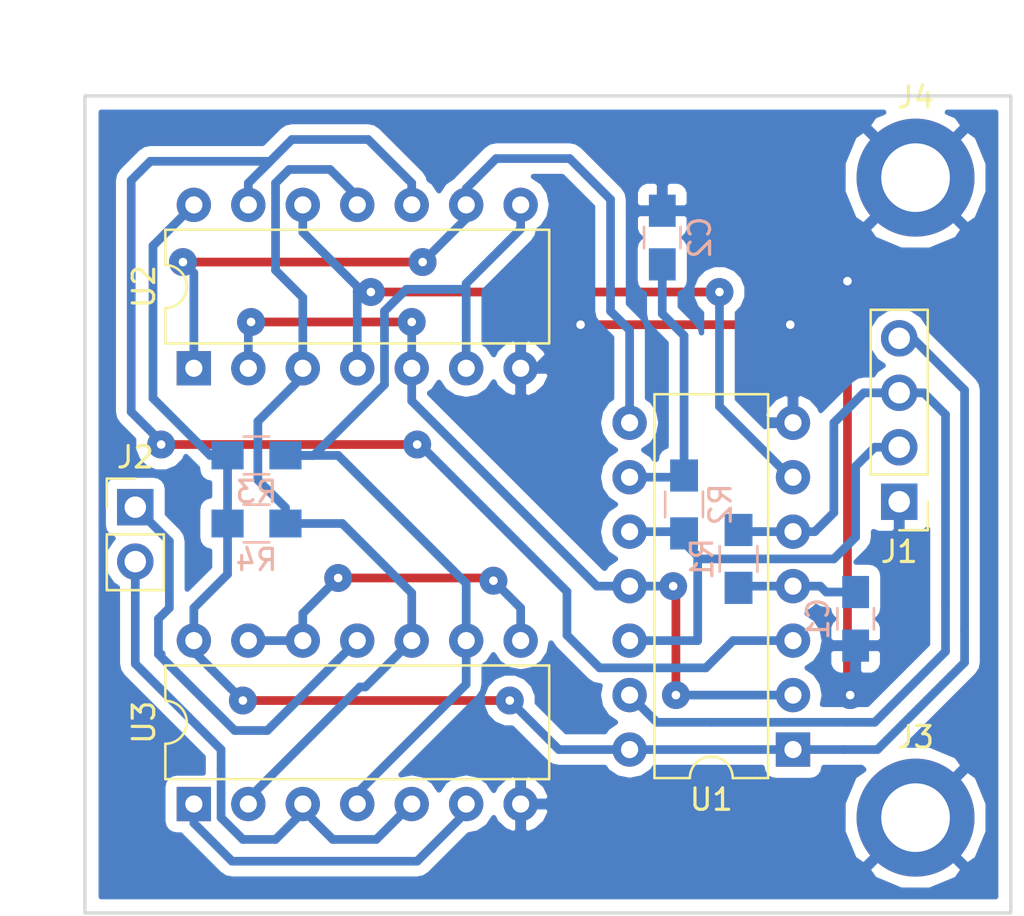
<source format=kicad_pcb>
(kicad_pcb (version 20170922) (host pcbnew no-vcs-found-1929727~60~ubuntu16.04.1)

(general
  (thickness 1.6)
  (drawings 5)
  (tracks 235)
  (zones 0)
  (modules 13)
  (nets 17)
)

(page A4)
(layers
  (0 F.Cu power)
  (31 B.Cu signal)
  (32 B.Adhes user)
  (33 F.Adhes user)
  (34 B.Paste user)
  (35 F.Paste user)
  (36 B.SilkS user)
  (37 F.SilkS user)
  (38 B.Mask user)
  (39 F.Mask user)
  (40 Dwgs.User user)
  (41 Cmts.User user)
  (42 Eco1.User user)
  (43 Eco2.User user)
  (44 Edge.Cuts user)
  (45 Margin user)
  (46 B.CrtYd user)
  (47 F.CrtYd user)
  (48 B.Fab user)
  (49 F.Fab user)
)


(setup
  (last_trace_width 0.4064)
  (user_trace_width 0.4064)
  (trace_clearance 0.2)
  (zone_clearance 0.508)
  (zone_45_only no)
  (trace_min 0.2)
  (segment_width 0.2)
  (edge_width 0.15)
  (via_size 0.8)
  (via_drill 0.4)
  (via_min_size 0.4)
  (via_min_drill 0.3)
  (user_via 1.3 0.4)
  (uvia_size 0.3)
  (uvia_drill 0.1)
  (uvias_allowed no)
  (uvia_min_size 0.2)
  (uvia_min_drill 0.1)
  (pcb_text_width 0.3)
  (pcb_text_size 1.5 1.5)
  (mod_edge_width 0.15)
  (mod_text_size 1 1)
  (mod_text_width 0.15)
  (pad_size 1.524 1.524)
  (pad_drill 0.762)
  (pad_to_mask_clearance 0.2)
  (aux_axis_origin 0 0)
  (visible_elements FFFFFF7F)
  (pcbplotparams
    (layerselection 0x00030_ffffffff)
    (usegerberextensions false)
    (usegerberattributes true)
    (usegerberadvancedattributes true)
    (creategerberjobfile true)
    (excludeedgelayer true)
    (linewidth 0.100000)
    (plotframeref false)
    (viasonmask false)
    (mode 1)
    (useauxorigin false)
    (hpglpennumber 1)
    (hpglpenspeed 20)
    (hpglpendiameter 15)
    (psnegative false)
    (psa4output false)
    (plotreference true)
    (plotvalue true)
    (plotinvisibletext false)
    (padsonsilk false)
    (subtractmaskfromsilk false)
    (outputformat 1)
    (mirror false)
    (drillshape 1)
    (scaleselection 1)
    (outputdirectory ""))
)

(net 0 "")
(net 1 GND)
(net 2 "Net-(C1-Pad1)")
(net 3 "Net-(C2-Pad1)")
(net 4 VCC)
(net 5 /A)
(net 6 /B)
(net 7 "Net-(J2-Pad2)")
(net 8 "Net-(J2-Pad1)")
(net 9 "Net-(R3-Pad2)")
(net 10 "Net-(R4-Pad2)")
(net 11 "Net-(U1-Pad6)")
(net 12 "Net-(U1-Pad11)")
(net 13 "Net-(U3-Pad12)")
(net 14 "Net-(U3-Pad1)")
(net 15 "Net-(U1-Pad3)")
(net 16 "Net-(U1-Pad8)")

(net_class Default "This is the default net class."
  (clearance 0.2)
  (trace_width 0.25)
  (via_dia 0.8)
  (via_drill 0.4)
  (uvia_dia 0.3)
  (uvia_drill 0.1)
  (add_net /A)
  (add_net /B)
  (add_net GND)
  (add_net "Net-(C1-Pad1)")
  (add_net "Net-(C2-Pad1)")
  (add_net "Net-(J2-Pad1)")
  (add_net "Net-(J2-Pad2)")
  (add_net "Net-(R3-Pad2)")
  (add_net "Net-(R4-Pad2)")
  (add_net "Net-(U1-Pad11)")
  (add_net "Net-(U1-Pad3)")
  (add_net "Net-(U1-Pad6)")
  (add_net "Net-(U1-Pad8)")
  (add_net "Net-(U3-Pad1)")
  (add_net "Net-(U3-Pad12)")
  (add_net VCC)
)

  (module Housings_DIP:DIP-14_W7.62mm (layer F.Cu) (tedit 59C78D6B) (tstamp 59F19FD1)
    (at 87.63 60.96 180)
    (descr "14-lead though-hole mounted DIP package, row spacing 7.62 mm (300 mils)")
    (tags "THT DIP DIL PDIP 2.54mm 7.62mm 300mil")
    (path /59EF9630)
    (fp_text reference U1 (at 3.81 -2.33 180) (layer F.SilkS)
      (effects (font (size 1 1) (thickness 0.15)))
    )
    (fp_text value 74HC86 (at 3.81 17.57 180) (layer F.Fab)
      (effects (font (size 1 1) (thickness 0.15)))
    )
    (fp_text user %R (at 3.81 7.62 180) (layer F.Fab)
      (effects (font (size 1 1) (thickness 0.15)))
    )
    (fp_line (start 8.7 -1.55) (end -1.1 -1.55) (layer F.CrtYd) (width 0.05))
    (fp_line (start 8.7 16.8) (end 8.7 -1.55) (layer F.CrtYd) (width 0.05))
    (fp_line (start -1.1 16.8) (end 8.7 16.8) (layer F.CrtYd) (width 0.05))
    (fp_line (start -1.1 -1.55) (end -1.1 16.8) (layer F.CrtYd) (width 0.05))
    (fp_line (start 6.46 -1.33) (end 4.81 -1.33) (layer F.SilkS) (width 0.12))
    (fp_line (start 6.46 16.57) (end 6.46 -1.33) (layer F.SilkS) (width 0.12))
    (fp_line (start 1.16 16.57) (end 6.46 16.57) (layer F.SilkS) (width 0.12))
    (fp_line (start 1.16 -1.33) (end 1.16 16.57) (layer F.SilkS) (width 0.12))
    (fp_line (start 2.81 -1.33) (end 1.16 -1.33) (layer F.SilkS) (width 0.12))
    (fp_line (start 0.635 -0.27) (end 1.635 -1.27) (layer F.Fab) (width 0.1))
    (fp_line (start 0.635 16.51) (end 0.635 -0.27) (layer F.Fab) (width 0.1))
    (fp_line (start 6.985 16.51) (end 0.635 16.51) (layer F.Fab) (width 0.1))
    (fp_line (start 6.985 -1.27) (end 6.985 16.51) (layer F.Fab) (width 0.1))
    (fp_line (start 1.635 -1.27) (end 6.985 -1.27) (layer F.Fab) (width 0.1))
    (fp_arc (start 3.81 -1.33) (end 2.81 -1.33) (angle -180) (layer F.SilkS) (width 0.12))
    (pad 14 thru_hole oval (at 7.62 0 180) (size 1.6 1.6) (drill 0.8) (layers *.Cu *.Mask)
      (net 4 VCC))
    (pad 7 thru_hole oval (at 0 15.24 180) (size 1.6 1.6) (drill 0.8) (layers *.Cu *.Mask)
      (net 1 GND))
    (pad 13 thru_hole oval (at 7.62 2.54 180) (size 1.6 1.6) (drill 0.8) (layers *.Cu *.Mask)
      (net 5 /A))
    (pad 6 thru_hole oval (at 0 12.7 180) (size 1.6 1.6) (drill 0.8) (layers *.Cu *.Mask)
      (net 11 "Net-(U1-Pad6)"))
    (pad 12 thru_hole oval (at 7.62 5.08 180) (size 1.6 1.6) (drill 0.8) (layers *.Cu *.Mask)
      (net 6 /B))
    (pad 5 thru_hole oval (at 0 10.16 180) (size 1.6 1.6) (drill 0.8) (layers *.Cu *.Mask)
      (net 5 /A))
    (pad 11 thru_hole oval (at 7.62 7.62 180) (size 1.6 1.6) (drill 0.8) (layers *.Cu *.Mask)
      (net 12 "Net-(U1-Pad11)"))
    (pad 4 thru_hole oval (at 0 7.62 180) (size 1.6 1.6) (drill 0.8) (layers *.Cu *.Mask)
      (net 2 "Net-(C1-Pad1)"))
    (pad 10 thru_hole oval (at 7.62 10.16 180) (size 1.6 1.6) (drill 0.8) (layers *.Cu *.Mask)
      (net 6 /B))
    (pad 3 thru_hole oval (at 0 5.08 180) (size 1.6 1.6) (drill 0.8) (layers *.Cu *.Mask)
      (net 15 "Net-(U1-Pad3)"))
    (pad 9 thru_hole oval (at 7.62 12.7 180) (size 1.6 1.6) (drill 0.8) (layers *.Cu *.Mask)
      (net 3 "Net-(C2-Pad1)"))
    (pad 2 thru_hole oval (at 0 2.54 180) (size 1.6 1.6) (drill 0.8) (layers *.Cu *.Mask)
      (net 12 "Net-(U1-Pad11)"))
    (pad 8 thru_hole oval (at 7.62 15.24 180) (size 1.6 1.6) (drill 0.8) (layers *.Cu *.Mask)
      (net 16 "Net-(U1-Pad8)"))
    (pad 1 thru_hole rect (at 0 0 180) (size 1.6 1.6) (drill 0.8) (layers *.Cu *.Mask)
      (net 4 VCC))
    (model ${KISYS3DMOD}/Housings_DIP.3dshapes/DIP-14_W7.62mm.wrl
      (at (xyz 0 0 0))
      (scale (xyz 1 1 1))
      (rotate (xyz 0 0 0))
    )
  )

  (module Capacitors_SMD:C_0805_HandSoldering (layer B.Cu) (tedit 58AA84A8) (tstamp 59F19F1C)
    (at 90.551 54.864 270)
    (descr "Capacitor SMD 0805, hand soldering")
    (tags "capacitor 0805")
    (path /59EF9CD4)
    (attr smd)
    (fp_text reference C1 (at 0 1.75 270) (layer B.SilkS)
      (effects (font (size 1 1) (thickness 0.15)) (justify mirror))
    )
    (fp_text value 47n (at 0 -1.75 270) (layer B.Fab)
      (effects (font (size 1 1) (thickness 0.15)) (justify mirror))
    )
    (fp_line (start 2.25 -0.87) (end -2.25 -0.87) (layer B.CrtYd) (width 0.05))
    (fp_line (start 2.25 -0.87) (end 2.25 0.88) (layer B.CrtYd) (width 0.05))
    (fp_line (start -2.25 0.88) (end -2.25 -0.87) (layer B.CrtYd) (width 0.05))
    (fp_line (start -2.25 0.88) (end 2.25 0.88) (layer B.CrtYd) (width 0.05))
    (fp_line (start -0.5 -0.85) (end 0.5 -0.85) (layer B.SilkS) (width 0.12))
    (fp_line (start 0.5 0.85) (end -0.5 0.85) (layer B.SilkS) (width 0.12))
    (fp_line (start -1 0.62) (end 1 0.62) (layer B.Fab) (width 0.1))
    (fp_line (start 1 0.62) (end 1 -0.62) (layer B.Fab) (width 0.1))
    (fp_line (start 1 -0.62) (end -1 -0.62) (layer B.Fab) (width 0.1))
    (fp_line (start -1 -0.62) (end -1 0.62) (layer B.Fab) (width 0.1))
    (fp_text user %R (at 0 1.75 270) (layer B.Fab)
      (effects (font (size 1 1) (thickness 0.15)) (justify mirror))
    )
    (pad 2 smd rect (at 1.25 0 270) (size 1.5 1.25) (layers B.Cu B.Paste B.Mask)
      (net 1 GND))
    (pad 1 smd rect (at -1.25 0 270) (size 1.5 1.25) (layers B.Cu B.Paste B.Mask)
      (net 2 "Net-(C1-Pad1)"))
    (model Capacitors_SMD.3dshapes/C_0805.wrl
      (at (xyz 0 0 0))
      (scale (xyz 1 1 1))
      (rotate (xyz 0 0 0))
    )
  )

  (module Capacitors_SMD:C_0805_HandSoldering (layer B.Cu) (tedit 58AA84A8) (tstamp 59F19F2D)
    (at 81.534 37.084 90)
    (descr "Capacitor SMD 0805, hand soldering")
    (tags "capacitor 0805")
    (path /59EF9D1A)
    (attr smd)
    (fp_text reference C2 (at 0 1.75 90) (layer B.SilkS)
      (effects (font (size 1 1) (thickness 0.15)) (justify mirror))
    )
    (fp_text value 47n (at 0 -1.75 90) (layer B.Fab)
      (effects (font (size 1 1) (thickness 0.15)) (justify mirror))
    )
    (fp_text user %R (at 0 1.75 90) (layer B.Fab)
      (effects (font (size 1 1) (thickness 0.15)) (justify mirror))
    )
    (fp_line (start -1 -0.62) (end -1 0.62) (layer B.Fab) (width 0.1))
    (fp_line (start 1 -0.62) (end -1 -0.62) (layer B.Fab) (width 0.1))
    (fp_line (start 1 0.62) (end 1 -0.62) (layer B.Fab) (width 0.1))
    (fp_line (start -1 0.62) (end 1 0.62) (layer B.Fab) (width 0.1))
    (fp_line (start 0.5 0.85) (end -0.5 0.85) (layer B.SilkS) (width 0.12))
    (fp_line (start -0.5 -0.85) (end 0.5 -0.85) (layer B.SilkS) (width 0.12))
    (fp_line (start -2.25 0.88) (end 2.25 0.88) (layer B.CrtYd) (width 0.05))
    (fp_line (start -2.25 0.88) (end -2.25 -0.87) (layer B.CrtYd) (width 0.05))
    (fp_line (start 2.25 -0.87) (end 2.25 0.88) (layer B.CrtYd) (width 0.05))
    (fp_line (start 2.25 -0.87) (end -2.25 -0.87) (layer B.CrtYd) (width 0.05))
    (pad 1 smd rect (at -1.25 0 90) (size 1.5 1.25) (layers B.Cu B.Paste B.Mask)
      (net 3 "Net-(C2-Pad1)"))
    (pad 2 smd rect (at 1.25 0 90) (size 1.5 1.25) (layers B.Cu B.Paste B.Mask)
      (net 1 GND))
    (model Capacitors_SMD.3dshapes/C_0805.wrl
      (at (xyz 0 0 0))
      (scale (xyz 1 1 1))
      (rotate (xyz 0 0 0))
    )
  )

  (module Pin_Headers:Pin_Header_Straight_1x04_Pitch2.54mm (layer F.Cu) (tedit 59650532) (tstamp 59F19F45)
    (at 92.583 49.403 180)
    (descr "Through hole straight pin header, 1x04, 2.54mm pitch, single row")
    (tags "Through hole pin header THT 1x04 2.54mm single row")
    (path /59EFCCAA)
    (fp_text reference J1 (at 0 -2.33 180) (layer F.SilkS)
      (effects (font (size 1 1) (thickness 0.15)))
    )
    (fp_text value Conn_01x04 (at 0 9.95 180) (layer F.Fab)
      (effects (font (size 1 1) (thickness 0.15)))
    )
    (fp_text user %R (at 0 3.81 270) (layer F.Fab)
      (effects (font (size 1 1) (thickness 0.15)))
    )
    (fp_line (start 1.8 -1.8) (end -1.8 -1.8) (layer F.CrtYd) (width 0.05))
    (fp_line (start 1.8 9.4) (end 1.8 -1.8) (layer F.CrtYd) (width 0.05))
    (fp_line (start -1.8 9.4) (end 1.8 9.4) (layer F.CrtYd) (width 0.05))
    (fp_line (start -1.8 -1.8) (end -1.8 9.4) (layer F.CrtYd) (width 0.05))
    (fp_line (start -1.33 -1.33) (end 0 -1.33) (layer F.SilkS) (width 0.12))
    (fp_line (start -1.33 0) (end -1.33 -1.33) (layer F.SilkS) (width 0.12))
    (fp_line (start -1.33 1.27) (end 1.33 1.27) (layer F.SilkS) (width 0.12))
    (fp_line (start 1.33 1.27) (end 1.33 8.95) (layer F.SilkS) (width 0.12))
    (fp_line (start -1.33 1.27) (end -1.33 8.95) (layer F.SilkS) (width 0.12))
    (fp_line (start -1.33 8.95) (end 1.33 8.95) (layer F.SilkS) (width 0.12))
    (fp_line (start -1.27 -0.635) (end -0.635 -1.27) (layer F.Fab) (width 0.1))
    (fp_line (start -1.27 8.89) (end -1.27 -0.635) (layer F.Fab) (width 0.1))
    (fp_line (start 1.27 8.89) (end -1.27 8.89) (layer F.Fab) (width 0.1))
    (fp_line (start 1.27 -1.27) (end 1.27 8.89) (layer F.Fab) (width 0.1))
    (fp_line (start -0.635 -1.27) (end 1.27 -1.27) (layer F.Fab) (width 0.1))
    (pad 4 thru_hole oval (at 0 7.62 180) (size 1.7 1.7) (drill 1) (layers *.Cu *.Mask)
      (net 4 VCC))
    (pad 3 thru_hole oval (at 0 5.08 180) (size 1.7 1.7) (drill 1) (layers *.Cu *.Mask)
      (net 5 /A))
    (pad 2 thru_hole oval (at 0 2.54 180) (size 1.7 1.7) (drill 1) (layers *.Cu *.Mask)
      (net 6 /B))
    (pad 1 thru_hole rect (at 0 0 180) (size 1.7 1.7) (drill 1) (layers *.Cu *.Mask)
      (net 1 GND))
    (model ${KISYS3DMOD}/Pin_Headers.3dshapes/Pin_Header_Straight_1x04_Pitch2.54mm.wrl
      (at (xyz 0 0 0))
      (scale (xyz 1 1 1))
      (rotate (xyz 0 0 0))
    )
  )

  (module Pin_Headers:Pin_Header_Straight_1x02_Pitch2.54mm (layer F.Cu) (tedit 59650532) (tstamp 59F19F5B)
    (at 56.9595 49.657)
    (descr "Through hole straight pin header, 1x02, 2.54mm pitch, single row")
    (tags "Through hole pin header THT 1x02 2.54mm single row")
    (path /59EFCFFE)
    (fp_text reference J2 (at 0 -2.33) (layer F.SilkS)
      (effects (font (size 1 1) (thickness 0.15)))
    )
    (fp_text value OUT (at 0 4.87) (layer F.Fab)
      (effects (font (size 1 1) (thickness 0.15)))
    )
    (fp_text user %R (at 0 1.27 90) (layer F.Fab)
      (effects (font (size 1 1) (thickness 0.15)))
    )
    (fp_line (start 1.8 -1.8) (end -1.8 -1.8) (layer F.CrtYd) (width 0.05))
    (fp_line (start 1.8 4.35) (end 1.8 -1.8) (layer F.CrtYd) (width 0.05))
    (fp_line (start -1.8 4.35) (end 1.8 4.35) (layer F.CrtYd) (width 0.05))
    (fp_line (start -1.8 -1.8) (end -1.8 4.35) (layer F.CrtYd) (width 0.05))
    (fp_line (start -1.33 -1.33) (end 0 -1.33) (layer F.SilkS) (width 0.12))
    (fp_line (start -1.33 0) (end -1.33 -1.33) (layer F.SilkS) (width 0.12))
    (fp_line (start -1.33 1.27) (end 1.33 1.27) (layer F.SilkS) (width 0.12))
    (fp_line (start 1.33 1.27) (end 1.33 3.87) (layer F.SilkS) (width 0.12))
    (fp_line (start -1.33 1.27) (end -1.33 3.87) (layer F.SilkS) (width 0.12))
    (fp_line (start -1.33 3.87) (end 1.33 3.87) (layer F.SilkS) (width 0.12))
    (fp_line (start -1.27 -0.635) (end -0.635 -1.27) (layer F.Fab) (width 0.1))
    (fp_line (start -1.27 3.81) (end -1.27 -0.635) (layer F.Fab) (width 0.1))
    (fp_line (start 1.27 3.81) (end -1.27 3.81) (layer F.Fab) (width 0.1))
    (fp_line (start 1.27 -1.27) (end 1.27 3.81) (layer F.Fab) (width 0.1))
    (fp_line (start -0.635 -1.27) (end 1.27 -1.27) (layer F.Fab) (width 0.1))
    (pad 2 thru_hole oval (at 0 2.54) (size 1.7 1.7) (drill 1) (layers *.Cu *.Mask)
      (net 7 "Net-(J2-Pad2)"))
    (pad 1 thru_hole rect (at 0 0) (size 1.7 1.7) (drill 1) (layers *.Cu *.Mask)
      (net 8 "Net-(J2-Pad1)"))
    (model ${KISYS3DMOD}/Pin_Headers.3dshapes/Pin_Header_Straight_1x02_Pitch2.54mm.wrl
      (at (xyz 0 0 0))
      (scale (xyz 1 1 1))
      (rotate (xyz 0 0 0))
    )
  )

  (module Mounting_Holes:MountingHole_3.2mm_M3_ISO14580_Pad (layer F.Cu) (tedit 56D1B4CB) (tstamp 59F19F63)
    (at 93.345 64.135)
    (descr "Mounting Hole 3.2mm, M3, ISO14580")
    (tags "mounting hole 3.2mm m3 iso14580")
    (path /59EFD7B6)
    (attr virtual)
    (fp_text reference J3 (at 0 -3.75) (layer F.SilkS)
      (effects (font (size 1 1) (thickness 0.15)))
    )
    (fp_text value MH (at 0 3.75) (layer F.Fab)
      (effects (font (size 1 1) (thickness 0.15)))
    )
    (fp_circle (center 0 0) (end 3 0) (layer F.CrtYd) (width 0.05))
    (fp_circle (center 0 0) (end 2.75 0) (layer Cmts.User) (width 0.15))
    (fp_text user %R (at 0.3 0) (layer F.Fab)
      (effects (font (size 1 1) (thickness 0.15)))
    )
    (pad 1 thru_hole circle (at 0 0) (size 5.5 5.5) (drill 3.2) (layers *.Cu *.Mask)
      (net 1 GND))
  )

  (module Mounting_Holes:MountingHole_3.2mm_M3_ISO14580_Pad (layer F.Cu) (tedit 56D1B4CB) (tstamp 59F19F6B)
    (at 93.345 34.29)
    (descr "Mounting Hole 3.2mm, M3, ISO14580")
    (tags "mounting hole 3.2mm m3 iso14580")
    (path /59EFD9CE)
    (attr virtual)
    (fp_text reference J4 (at 0 -3.75) (layer F.SilkS)
      (effects (font (size 1 1) (thickness 0.15)))
    )
    (fp_text value MH (at 0 3.75) (layer F.Fab)
      (effects (font (size 1 1) (thickness 0.15)))
    )
    (fp_text user %R (at 0.3 0) (layer F.Fab)
      (effects (font (size 1 1) (thickness 0.15)))
    )
    (fp_circle (center 0 0) (end 2.75 0) (layer Cmts.User) (width 0.15))
    (fp_circle (center 0 0) (end 3 0) (layer F.CrtYd) (width 0.05))
    (pad 1 thru_hole circle (at 0 0) (size 5.5 5.5) (drill 3.2) (layers *.Cu *.Mask)
      (net 1 GND))
  )

  (module Resistors_SMD:R_0805_HandSoldering (layer B.Cu) (tedit 58E0A804) (tstamp 59F19F7C)
    (at 85.09 52.07 270)
    (descr "Resistor SMD 0805, hand soldering")
    (tags "resistor 0805")
    (path /59EF9B6E)
    (attr smd)
    (fp_text reference R1 (at 0 1.7 270) (layer B.SilkS)
      (effects (font (size 1 1) (thickness 0.15)) (justify mirror))
    )
    (fp_text value 2k2 (at 0 -1.75 270) (layer B.Fab)
      (effects (font (size 1 1) (thickness 0.15)) (justify mirror))
    )
    (fp_line (start 2.35 -0.9) (end -2.35 -0.9) (layer B.CrtYd) (width 0.05))
    (fp_line (start 2.35 -0.9) (end 2.35 0.9) (layer B.CrtYd) (width 0.05))
    (fp_line (start -2.35 0.9) (end -2.35 -0.9) (layer B.CrtYd) (width 0.05))
    (fp_line (start -2.35 0.9) (end 2.35 0.9) (layer B.CrtYd) (width 0.05))
    (fp_line (start -0.6 0.88) (end 0.6 0.88) (layer B.SilkS) (width 0.12))
    (fp_line (start 0.6 -0.88) (end -0.6 -0.88) (layer B.SilkS) (width 0.12))
    (fp_line (start -1 0.62) (end 1 0.62) (layer B.Fab) (width 0.1))
    (fp_line (start 1 0.62) (end 1 -0.62) (layer B.Fab) (width 0.1))
    (fp_line (start 1 -0.62) (end -1 -0.62) (layer B.Fab) (width 0.1))
    (fp_line (start -1 -0.62) (end -1 0.62) (layer B.Fab) (width 0.1))
    (fp_text user %R (at 0 0 270) (layer B.Fab)
      (effects (font (size 0.5 0.5) (thickness 0.075)) (justify mirror))
    )
    (pad 2 smd rect (at 1.35 0 270) (size 1.5 1.3) (layers B.Cu B.Paste B.Mask)
      (net 2 "Net-(C1-Pad1)"))
    (pad 1 smd rect (at -1.35 0 270) (size 1.5 1.3) (layers B.Cu B.Paste B.Mask)
      (net 5 /A))
    (model ${KISYS3DMOD}/Resistors_SMD.3dshapes/R_0805.wrl
      (at (xyz 0 0 0))
      (scale (xyz 1 1 1))
      (rotate (xyz 0 0 0))
    )
  )

  (module Resistors_SMD:R_0805_HandSoldering (layer B.Cu) (tedit 58E0A804) (tstamp 59F19F8D)
    (at 82.55 49.53 90)
    (descr "Resistor SMD 0805, hand soldering")
    (tags "resistor 0805")
    (path /59EF9C25)
    (attr smd)
    (fp_text reference R2 (at 0 1.7 90) (layer B.SilkS)
      (effects (font (size 1 1) (thickness 0.15)) (justify mirror))
    )
    (fp_text value 2k2 (at 0 -1.75 90) (layer B.Fab)
      (effects (font (size 1 1) (thickness 0.15)) (justify mirror))
    )
    (fp_text user %R (at 0 0 90) (layer B.Fab)
      (effects (font (size 0.5 0.5) (thickness 0.075)) (justify mirror))
    )
    (fp_line (start -1 -0.62) (end -1 0.62) (layer B.Fab) (width 0.1))
    (fp_line (start 1 -0.62) (end -1 -0.62) (layer B.Fab) (width 0.1))
    (fp_line (start 1 0.62) (end 1 -0.62) (layer B.Fab) (width 0.1))
    (fp_line (start -1 0.62) (end 1 0.62) (layer B.Fab) (width 0.1))
    (fp_line (start 0.6 -0.88) (end -0.6 -0.88) (layer B.SilkS) (width 0.12))
    (fp_line (start -0.6 0.88) (end 0.6 0.88) (layer B.SilkS) (width 0.12))
    (fp_line (start -2.35 0.9) (end 2.35 0.9) (layer B.CrtYd) (width 0.05))
    (fp_line (start -2.35 0.9) (end -2.35 -0.9) (layer B.CrtYd) (width 0.05))
    (fp_line (start 2.35 -0.9) (end 2.35 0.9) (layer B.CrtYd) (width 0.05))
    (fp_line (start 2.35 -0.9) (end -2.35 -0.9) (layer B.CrtYd) (width 0.05))
    (pad 1 smd rect (at -1.35 0 90) (size 1.5 1.3) (layers B.Cu B.Paste B.Mask)
      (net 6 /B))
    (pad 2 smd rect (at 1.35 0 90) (size 1.5 1.3) (layers B.Cu B.Paste B.Mask)
      (net 3 "Net-(C2-Pad1)"))
    (model ${KISYS3DMOD}/Resistors_SMD.3dshapes/R_0805.wrl
      (at (xyz 0 0 0))
      (scale (xyz 1 1 1))
      (rotate (xyz 0 0 0))
    )
  )

  (module Resistors_SMD:R_0805_HandSoldering (layer B.Cu) (tedit 58E0A804) (tstamp 59F19F9E)
    (at 62.611 47.244)
    (descr "Resistor SMD 0805, hand soldering")
    (tags "resistor 0805")
    (path /59EFB50E)
    (attr smd)
    (fp_text reference R3 (at 0 1.7) (layer B.SilkS)
      (effects (font (size 1 1) (thickness 0.15)) (justify mirror))
    )
    (fp_text value 2k2 (at 0 -1.75) (layer B.Fab)
      (effects (font (size 1 1) (thickness 0.15)) (justify mirror))
    )
    (fp_line (start 2.35 -0.9) (end -2.35 -0.9) (layer B.CrtYd) (width 0.05))
    (fp_line (start 2.35 -0.9) (end 2.35 0.9) (layer B.CrtYd) (width 0.05))
    (fp_line (start -2.35 0.9) (end -2.35 -0.9) (layer B.CrtYd) (width 0.05))
    (fp_line (start -2.35 0.9) (end 2.35 0.9) (layer B.CrtYd) (width 0.05))
    (fp_line (start -0.6 0.88) (end 0.6 0.88) (layer B.SilkS) (width 0.12))
    (fp_line (start 0.6 -0.88) (end -0.6 -0.88) (layer B.SilkS) (width 0.12))
    (fp_line (start -1 0.62) (end 1 0.62) (layer B.Fab) (width 0.1))
    (fp_line (start 1 0.62) (end 1 -0.62) (layer B.Fab) (width 0.1))
    (fp_line (start 1 -0.62) (end -1 -0.62) (layer B.Fab) (width 0.1))
    (fp_line (start -1 -0.62) (end -1 0.62) (layer B.Fab) (width 0.1))
    (fp_text user %R (at 0 0) (layer B.Fab)
      (effects (font (size 0.5 0.5) (thickness 0.075)) (justify mirror))
    )
    (pad 2 smd rect (at 1.35 0) (size 1.5 1.3) (layers B.Cu B.Paste B.Mask)
      (net 9 "Net-(R3-Pad2)"))
    (pad 1 smd rect (at -1.35 0) (size 1.5 1.3) (layers B.Cu B.Paste B.Mask)
      (net 4 VCC))
    (model ${KISYS3DMOD}/Resistors_SMD.3dshapes/R_0805.wrl
      (at (xyz 0 0 0))
      (scale (xyz 1 1 1))
      (rotate (xyz 0 0 0))
    )
  )

  (module Resistors_SMD:R_0805_HandSoldering (layer B.Cu) (tedit 58E0A804) (tstamp 59F19FAF)
    (at 62.611 50.419)
    (descr "Resistor SMD 0805, hand soldering")
    (tags "resistor 0805")
    (path /59EFB690)
    (attr smd)
    (fp_text reference R4 (at 0 1.7) (layer B.SilkS)
      (effects (font (size 1 1) (thickness 0.15)) (justify mirror))
    )
    (fp_text value 2k2 (at 0 -1.75) (layer B.Fab)
      (effects (font (size 1 1) (thickness 0.15)) (justify mirror))
    )
    (fp_text user %R (at 0 0) (layer B.Fab)
      (effects (font (size 0.5 0.5) (thickness 0.075)) (justify mirror))
    )
    (fp_line (start -1 -0.62) (end -1 0.62) (layer B.Fab) (width 0.1))
    (fp_line (start 1 -0.62) (end -1 -0.62) (layer B.Fab) (width 0.1))
    (fp_line (start 1 0.62) (end 1 -0.62) (layer B.Fab) (width 0.1))
    (fp_line (start -1 0.62) (end 1 0.62) (layer B.Fab) (width 0.1))
    (fp_line (start 0.6 -0.88) (end -0.6 -0.88) (layer B.SilkS) (width 0.12))
    (fp_line (start -0.6 0.88) (end 0.6 0.88) (layer B.SilkS) (width 0.12))
    (fp_line (start -2.35 0.9) (end 2.35 0.9) (layer B.CrtYd) (width 0.05))
    (fp_line (start -2.35 0.9) (end -2.35 -0.9) (layer B.CrtYd) (width 0.05))
    (fp_line (start 2.35 -0.9) (end 2.35 0.9) (layer B.CrtYd) (width 0.05))
    (fp_line (start 2.35 -0.9) (end -2.35 -0.9) (layer B.CrtYd) (width 0.05))
    (pad 1 smd rect (at -1.35 0) (size 1.5 1.3) (layers B.Cu B.Paste B.Mask)
      (net 4 VCC))
    (pad 2 smd rect (at 1.35 0) (size 1.5 1.3) (layers B.Cu B.Paste B.Mask)
      (net 10 "Net-(R4-Pad2)"))
    (model ${KISYS3DMOD}/Resistors_SMD.3dshapes/R_0805.wrl
      (at (xyz 0 0 0))
      (scale (xyz 1 1 1))
      (rotate (xyz 0 0 0))
    )
  )

  (module Housings_DIP:DIP-14_W7.62mm (layer F.Cu) (tedit 59C78D6B) (tstamp 59F19FF3)
    (at 59.69 43.18 90)
    (descr "14-lead though-hole mounted DIP package, row spacing 7.62 mm (300 mils)")
    (tags "THT DIP DIL PDIP 2.54mm 7.62mm 300mil")
    (path /59EF9842)
    (fp_text reference U2 (at 3.81 -2.33 90) (layer F.SilkS)
      (effects (font (size 1 1) (thickness 0.15)))
    )
    (fp_text value 74LS03 (at 3.81 17.57 90) (layer F.Fab)
      (effects (font (size 1 1) (thickness 0.15)))
    )
    (fp_arc (start 3.81 -1.33) (end 2.81 -1.33) (angle -180) (layer F.SilkS) (width 0.12))
    (fp_line (start 1.635 -1.27) (end 6.985 -1.27) (layer F.Fab) (width 0.1))
    (fp_line (start 6.985 -1.27) (end 6.985 16.51) (layer F.Fab) (width 0.1))
    (fp_line (start 6.985 16.51) (end 0.635 16.51) (layer F.Fab) (width 0.1))
    (fp_line (start 0.635 16.51) (end 0.635 -0.27) (layer F.Fab) (width 0.1))
    (fp_line (start 0.635 -0.27) (end 1.635 -1.27) (layer F.Fab) (width 0.1))
    (fp_line (start 2.81 -1.33) (end 1.16 -1.33) (layer F.SilkS) (width 0.12))
    (fp_line (start 1.16 -1.33) (end 1.16 16.57) (layer F.SilkS) (width 0.12))
    (fp_line (start 1.16 16.57) (end 6.46 16.57) (layer F.SilkS) (width 0.12))
    (fp_line (start 6.46 16.57) (end 6.46 -1.33) (layer F.SilkS) (width 0.12))
    (fp_line (start 6.46 -1.33) (end 4.81 -1.33) (layer F.SilkS) (width 0.12))
    (fp_line (start -1.1 -1.55) (end -1.1 16.8) (layer F.CrtYd) (width 0.05))
    (fp_line (start -1.1 16.8) (end 8.7 16.8) (layer F.CrtYd) (width 0.05))
    (fp_line (start 8.7 16.8) (end 8.7 -1.55) (layer F.CrtYd) (width 0.05))
    (fp_line (start 8.7 -1.55) (end -1.1 -1.55) (layer F.CrtYd) (width 0.05))
    (fp_text user %R (at 3.81 7.62 90) (layer F.Fab)
      (effects (font (size 1 1) (thickness 0.15)))
    )
    (pad 1 thru_hole rect (at 0 0 90) (size 1.6 1.6) (drill 0.8) (layers *.Cu *.Mask)
      (net 16 "Net-(U1-Pad8)"))
    (pad 8 thru_hole oval (at 7.62 15.24 90) (size 1.6 1.6) (drill 0.8) (layers *.Cu *.Mask)
      (net 9 "Net-(R3-Pad2)"))
    (pad 2 thru_hole oval (at 0 2.54 90) (size 1.6 1.6) (drill 0.8) (layers *.Cu *.Mask)
      (net 12 "Net-(U1-Pad11)"))
    (pad 9 thru_hole oval (at 7.62 12.7 90) (size 1.6 1.6) (drill 0.8) (layers *.Cu *.Mask)
      (net 16 "Net-(U1-Pad8)"))
    (pad 3 thru_hole oval (at 0 5.08 90) (size 1.6 1.6) (drill 0.8) (layers *.Cu *.Mask)
      (net 10 "Net-(R4-Pad2)"))
    (pad 10 thru_hole oval (at 7.62 10.16 90) (size 1.6 1.6) (drill 0.8) (layers *.Cu *.Mask)
      (net 15 "Net-(U1-Pad3)"))
    (pad 4 thru_hole oval (at 0 7.62 90) (size 1.6 1.6) (drill 0.8) (layers *.Cu *.Mask)
      (net 11 "Net-(U1-Pad6)"))
    (pad 11 thru_hole oval (at 7.62 7.62 90) (size 1.6 1.6) (drill 0.8) (layers *.Cu *.Mask)
      (net 10 "Net-(R4-Pad2)"))
    (pad 5 thru_hole oval (at 0 10.16 90) (size 1.6 1.6) (drill 0.8) (layers *.Cu *.Mask)
      (net 12 "Net-(U1-Pad11)"))
    (pad 12 thru_hole oval (at 7.62 5.08 90) (size 1.6 1.6) (drill 0.8) (layers *.Cu *.Mask)
      (net 11 "Net-(U1-Pad6)"))
    (pad 6 thru_hole oval (at 0 12.7 90) (size 1.6 1.6) (drill 0.8) (layers *.Cu *.Mask)
      (net 9 "Net-(R3-Pad2)"))
    (pad 13 thru_hole oval (at 7.62 2.54 90) (size 1.6 1.6) (drill 0.8) (layers *.Cu *.Mask)
      (net 15 "Net-(U1-Pad3)"))
    (pad 7 thru_hole oval (at 0 15.24 90) (size 1.6 1.6) (drill 0.8) (layers *.Cu *.Mask)
      (net 1 GND))
    (pad 14 thru_hole oval (at 7.62 0 90) (size 1.6 1.6) (drill 0.8) (layers *.Cu *.Mask)
      (net 4 VCC))
    (model ${KISYS3DMOD}/Housings_DIP.3dshapes/DIP-14_W7.62mm.wrl
      (at (xyz 0 0 0))
      (scale (xyz 1 1 1))
      (rotate (xyz 0 0 0))
    )
  )

  (module Housings_DIP:DIP-14_W7.62mm (layer F.Cu) (tedit 59C78D6B) (tstamp 59F1A015)
    (at 59.69 63.5 90)
    (descr "14-lead though-hole mounted DIP package, row spacing 7.62 mm (300 mils)")
    (tags "THT DIP DIL PDIP 2.54mm 7.62mm 300mil")
    (path /59EF9A00)
    (fp_text reference U3 (at 3.81 -2.33 90) (layer F.SilkS)
      (effects (font (size 1 1) (thickness 0.15)))
    )
    (fp_text value 74HC00 (at 3.81 17.57 90) (layer F.Fab)
      (effects (font (size 1 1) (thickness 0.15)))
    )
    (fp_text user %R (at 3.81 7.62 90) (layer F.Fab)
      (effects (font (size 1 1) (thickness 0.15)))
    )
    (fp_line (start 8.7 -1.55) (end -1.1 -1.55) (layer F.CrtYd) (width 0.05))
    (fp_line (start 8.7 16.8) (end 8.7 -1.55) (layer F.CrtYd) (width 0.05))
    (fp_line (start -1.1 16.8) (end 8.7 16.8) (layer F.CrtYd) (width 0.05))
    (fp_line (start -1.1 -1.55) (end -1.1 16.8) (layer F.CrtYd) (width 0.05))
    (fp_line (start 6.46 -1.33) (end 4.81 -1.33) (layer F.SilkS) (width 0.12))
    (fp_line (start 6.46 16.57) (end 6.46 -1.33) (layer F.SilkS) (width 0.12))
    (fp_line (start 1.16 16.57) (end 6.46 16.57) (layer F.SilkS) (width 0.12))
    (fp_line (start 1.16 -1.33) (end 1.16 16.57) (layer F.SilkS) (width 0.12))
    (fp_line (start 2.81 -1.33) (end 1.16 -1.33) (layer F.SilkS) (width 0.12))
    (fp_line (start 0.635 -0.27) (end 1.635 -1.27) (layer F.Fab) (width 0.1))
    (fp_line (start 0.635 16.51) (end 0.635 -0.27) (layer F.Fab) (width 0.1))
    (fp_line (start 6.985 16.51) (end 0.635 16.51) (layer F.Fab) (width 0.1))
    (fp_line (start 6.985 -1.27) (end 6.985 16.51) (layer F.Fab) (width 0.1))
    (fp_line (start 1.635 -1.27) (end 6.985 -1.27) (layer F.Fab) (width 0.1))
    (fp_arc (start 3.81 -1.33) (end 2.81 -1.33) (angle -180) (layer F.SilkS) (width 0.12))
    (pad 14 thru_hole oval (at 7.62 0 90) (size 1.6 1.6) (drill 0.8) (layers *.Cu *.Mask)
      (net 4 VCC))
    (pad 7 thru_hole oval (at 0 15.24 90) (size 1.6 1.6) (drill 0.8) (layers *.Cu *.Mask)
      (net 1 GND))
    (pad 13 thru_hole oval (at 7.62 2.54 90) (size 1.6 1.6) (drill 0.8) (layers *.Cu *.Mask)
      (net 13 "Net-(U3-Pad12)"))
    (pad 6 thru_hole oval (at 0 12.7 90) (size 1.6 1.6) (drill 0.8) (layers *.Cu *.Mask)
      (net 14 "Net-(U3-Pad1)"))
    (pad 12 thru_hole oval (at 7.62 5.08 90) (size 1.6 1.6) (drill 0.8) (layers *.Cu *.Mask)
      (net 13 "Net-(U3-Pad12)"))
    (pad 5 thru_hole oval (at 0 10.16 90) (size 1.6 1.6) (drill 0.8) (layers *.Cu *.Mask)
      (net 7 "Net-(J2-Pad2)"))
    (pad 11 thru_hole oval (at 7.62 7.62 90) (size 1.6 1.6) (drill 0.8) (layers *.Cu *.Mask)
      (net 8 "Net-(J2-Pad1)"))
    (pad 4 thru_hole oval (at 0 7.62 90) (size 1.6 1.6) (drill 0.8) (layers *.Cu *.Mask)
      (net 9 "Net-(R3-Pad2)"))
    (pad 10 thru_hole oval (at 7.62 10.16 90) (size 1.6 1.6) (drill 0.8) (layers *.Cu *.Mask)
      (net 10 "Net-(R4-Pad2)"))
    (pad 3 thru_hole oval (at 0 5.08 90) (size 1.6 1.6) (drill 0.8) (layers *.Cu *.Mask)
      (net 7 "Net-(J2-Pad2)"))
    (pad 9 thru_hole oval (at 7.62 12.7 90) (size 1.6 1.6) (drill 0.8) (layers *.Cu *.Mask)
      (net 9 "Net-(R3-Pad2)"))
    (pad 2 thru_hole oval (at 0 2.54 90) (size 1.6 1.6) (drill 0.8) (layers *.Cu *.Mask)
      (net 10 "Net-(R4-Pad2)"))
    (pad 8 thru_hole oval (at 7.62 15.24 90) (size 1.6 1.6) (drill 0.8) (layers *.Cu *.Mask)
      (net 13 "Net-(U3-Pad12)"))
    (pad 1 thru_hole rect (at 0 0 90) (size 1.6 1.6) (drill 0.8) (layers *.Cu *.Mask)
      (net 14 "Net-(U3-Pad1)"))
    (model ${KISYS3DMOD}/Housings_DIP.3dshapes/DIP-14_W7.62mm.wrl
      (at (xyz 0 0 0))
      (scale (xyz 1 1 1))
      (rotate (xyz 0 0 0))
    )
  )

  (gr_line (start 54.61 30.48) (end 97.79 30.48) (angle 90) (layer Edge.Cuts) (width 0.15))
  (gr_line (start 97.79 68.58) (end 54.61 68.58) (angle 90) (layer Edge.Cuts) (width 0.15))
  (gr_line (start 54.61 30.48) (end 54.61 68.58) (angle 90) (layer Edge.Cuts) (width 0.15))
  (gr_line (start 97.79 30.48) (end 97.79 68.58) (angle 90) (layer Edge.Cuts) (width 0.15))
  (dimension 45.72 (width 0.3) (layer B.Paste)
    (gr_text "45,720 mm" (at 73.66 29.21) (layer B.Paste) (tstamp 59F0F7C3)
      (effects (font (size 1.5 1.5) (thickness 0.3)))
    )
    (feature1 (pts (xy 96.52 29.21) (xy 96.52 29.21)))
    (feature2 (pts (xy 50.8 29.21) (xy 50.8 29.21)))
    (crossbar (pts (xy 50.8 29.21) (xy 96.52 29.21)))
    (arrow1a (pts (xy 96.52 29.21) (xy 95.393496 29.796421)))
    (arrow1b (pts (xy 96.52 29.21) (xy 95.393496 28.623579)))
    (arrow2a (pts (xy 50.8 29.21) (xy 51.926504 29.796421)))
    (arrow2b (pts (xy 50.8 29.21) (xy 51.926504 28.623579)))
  )

  (segment (start 90.17 39.116) (end 90.17 58.293) (width 0.4064) (layer F.Cu) (net 1))
  (segment (start 90.17 58.293) (end 90.297 58.42) (width 0.4064) (layer F.Cu) (net 1) (tstamp 59F11F2C))
  (segment (start 90.297 58.42) (end 90.297 58.039) (width 0.4064) (layer B.Cu) (net 1))
  (via (at 90.297 58.42) (size 1.3) (drill 0.4) (layers F.Cu B.Cu) (net 1))
  (segment (start 90.297 58.039) (end 90.551 57.785) (width 0.4064) (layer B.Cu) (net 1) (tstamp 59F11F27))
  (segment (start 90.551 57.785) (end 90.551 56.114) (width 0.4064) (layer B.Cu) (net 1) (tstamp 59F11F28) (status 800000))
  (segment (start 87.63 45.72) (end 87.63 41.402) (width 0.4064) (layer B.Cu) (net 1) (status 400000))
  (segment (start 87.63 41.402) (end 90.17 39.116) (width 0.4064) (layer B.Cu) (net 1) (tstamp 59F11F0D))
  (segment (start 74.93 43.18) (end 75.692 43.18) (width 0.4064) (layer B.Cu) (net 1) (status C00000))
  (segment (start 75.692 43.18) (end 77.724 41.148) (width 0.4064) (layer B.Cu) (net 1) (tstamp 59F0F67B) (status 400000))
  (via (at 77.724 41.148) (size 1.3) (drill 0.4) (layers F.Cu B.Cu) (net 1))
  (segment (start 77.724 41.148) (end 87.503 41.148) (width 0.4064) (layer F.Cu) (net 1) (tstamp 59F0F67E))
  (via (at 87.503 41.148) (size 1.3) (drill 0.4) (layers F.Cu B.Cu) (net 1))
  (segment (start 87.503 41.148) (end 87.63 41.275) (width 0.4064) (layer B.Cu) (net 1) (tstamp 59F0F681))
  (segment (start 87.63 41.275) (end 87.63 45.72) (width 0.4064) (layer B.Cu) (net 1) (tstamp 59F0F682) (status 800000))
  (segment (start 90.551 56.114) (end 90.551 56.642) (width 0.4064) (layer B.Cu) (net 1) (status C00000))
  (via (at 90.17 39.116) (size 1.3) (drill 0.4) (layers F.Cu B.Cu) (net 1))
  (segment (start 90.551 56.114) (end 91.0262 56.114) (width 0.25) (layer B.Cu) (net 1))
  (segment (start 87.63 53.34) (end 88.9 53.34) (width 0.4064) (layer B.Cu) (net 2) (status 400000))
  (segment (start 89.174 53.614) (end 90.551 53.614) (width 0.4064) (layer B.Cu) (net 2) (tstamp 59F0E83A) (status 800000))
  (segment (start 88.9 53.34) (end 89.174 53.614) (width 0.4064) (layer B.Cu) (net 2) (tstamp 59F0E839))
  (segment (start 87.904 53.614) (end 87.63 53.34) (width 0.4064) (layer B.Cu) (net 2) (tstamp 59F0E830) (status C00000))
  (segment (start 87.63 53.34) (end 85.17 53.34) (width 0.4064) (layer B.Cu) (net 2) (status C00000))
  (segment (start 85.17 53.34) (end 85.09 53.42) (width 0.4064) (layer B.Cu) (net 2) (tstamp 59F0E818) (status C00000))
  (segment (start 86.4247 53.42) (end 86.5047 53.34) (width 0.25) (layer B.Cu) (net 2))
  (segment (start 85.09 53.42) (end 86.4247 53.42) (width 0.25) (layer B.Cu) (net 2))
  (segment (start 87.63 53.34) (end 86.5047 53.34) (width 0.25) (layer B.Cu) (net 2))
  (segment (start 82.55 48.18) (end 82.55 41.656) (width 0.4064) (layer B.Cu) (net 3) (status 400000))
  (segment (start 81.534 40.64) (end 81.534 38.334) (width 0.4064) (layer B.Cu) (net 3) (tstamp 59F0F5BE) (status 800000))
  (segment (start 82.55 41.656) (end 81.534 40.64) (width 0.4064) (layer B.Cu) (net 3) (tstamp 59F0F5BD))
  (segment (start 80.01 48.26) (end 82.47 48.26) (width 0.4064) (layer B.Cu) (net 3) (status C00000))
  (segment (start 82.47 48.26) (end 82.55 48.18) (width 0.4064) (layer B.Cu) (net 3) (tstamp 59F0F5BA) (status C00000))
  (segment (start 80.772 48.26) (end 80.01 48.26) (width 0.4064) (layer B.Cu) (net 3) (tstamp 59F0F02A) (status C00000))
  (segment (start 79.93 48.18) (end 80.01 48.26) (width 0.4064) (layer B.Cu) (net 3) (tstamp 59F26C99) (status C00000))
  (segment (start 90.043 60.96) (end 91.567 60.96) (width 0.4064) (layer B.Cu) (net 4))
  (segment (start 95.631 56.896) (end 95.631 55.372) (width 0.4064) (layer B.Cu) (net 4) (tstamp 59F11F68))
  (segment (start 91.567 60.96) (end 95.631 56.896) (width 0.4064) (layer B.Cu) (net 4) (tstamp 59F11F67))
  (segment (start 92.583 41.783) (end 93.218 41.783) (width 0.4064) (layer B.Cu) (net 4) (status C00000))
  (segment (start 93.218 41.783) (end 95.631 44.196) (width 0.4064) (layer B.Cu) (net 4) (tstamp 59F11F4D) (status 400000))
  (segment (start 95.631 44.196) (end 95.631 55.372) (width 0.4064) (layer B.Cu) (net 4) (tstamp 59F11F4E))
  (segment (start 61.261 50.419) (end 61.261 47.244) (width 0.4064) (layer B.Cu) (net 4) (status C00000))
  (segment (start 59.69 55.88) (end 59.69 54.356) (width 0.4064) (layer B.Cu) (net 4) (status 400000))
  (segment (start 61.261 52.785) (end 61.261 50.419) (width 0.4064) (layer B.Cu) (net 4) (tstamp 59F10134) (status 800000))
  (segment (start 59.69 54.356) (end 61.261 52.785) (width 0.4064) (layer B.Cu) (net 4) (tstamp 59F10133))
  (segment (start 87.63 60.96) (end 90.043 60.96) (width 0.4064) (layer B.Cu) (net 4) (status 400000))
  (segment (start 80.01 60.96) (end 76.708 60.96) (width 0.4064) (layer B.Cu) (net 4) (status 400000))
  (segment (start 61.976 58.674) (end 59.69 56.388) (width 0.4064) (layer B.Cu) (net 4) (tstamp 59F0F04E) (status 800000))
  (via (at 61.976 58.674) (size 1.3) (drill 0.4) (layers F.Cu B.Cu) (net 4))
  (segment (start 74.422 58.674) (end 61.976 58.674) (width 0.4064) (layer F.Cu) (net 4) (tstamp 59F0F04B))
  (via (at 74.422 58.674) (size 1.3) (drill 0.4) (layers F.Cu B.Cu) (net 4))
  (segment (start 76.708 60.96) (end 74.422 58.674) (width 0.4064) (layer B.Cu) (net 4) (tstamp 59F0F048))
  (segment (start 59.69 56.388) (end 59.69 55.88) (width 0.4064) (layer B.Cu) (net 4) (tstamp 59F0F04F) (status C00000))
  (segment (start 87.63 60.96) (end 80.01 60.96) (width 0.4064) (layer B.Cu) (net 4) (status C00000))
  (segment (start 60.753 47.244) (end 60.452 47.244) (width 0.4064) (layer B.Cu) (net 4) (status C00000))
  (segment (start 60.452 47.244) (end 57.785 44.577) (width 0.4064) (layer B.Cu) (net 4) (tstamp 59F0E956) (status 400000))
  (segment (start 57.785 37.465) (end 59.69 35.56) (width 0.4064) (layer B.Cu) (net 4) (tstamp 59F0E960) (status 800000))
  (segment (start 57.785 44.577) (end 57.785 37.465) (width 0.4064) (layer B.Cu) (net 4) (tstamp 59F0E95A))
  (segment (start 91.059 59.69) (end 91.44 59.69) (width 0.4064) (layer B.Cu) (net 5))
  (segment (start 94.742 56.388) (end 94.742 54.102) (width 0.4064) (layer B.Cu) (net 5) (tstamp 59F11F59))
  (segment (start 91.44 59.69) (end 94.742 56.388) (width 0.4064) (layer B.Cu) (net 5) (tstamp 59F11F58))
  (segment (start 92.583 44.323) (end 93.726 44.323) (width 0.4064) (layer B.Cu) (net 5) (status 400000))
  (segment (start 93.726 44.323) (end 94.742 45.339) (width 0.4064) (layer B.Cu) (net 5) (tstamp 59F11F45))
  (segment (start 94.742 45.339) (end 94.742 54.102) (width 0.4064) (layer B.Cu) (net 5) (tstamp 59F11F46))
  (segment (start 87.63 50.8) (end 88.646 50.8) (width 0.4064) (layer B.Cu) (net 5) (status 400000))
  (segment (start 90.932 44.323) (end 92.583 44.323) (width 0.4064) (layer B.Cu) (net 5) (tstamp 59F11F39) (status 800000))
  (segment (start 89.535 45.72) (end 90.932 44.323) (width 0.4064) (layer B.Cu) (net 5) (tstamp 59F11F38))
  (segment (start 89.535 49.911) (end 89.535 45.72) (width 0.4064) (layer B.Cu) (net 5) (tstamp 59F11F37))
  (segment (start 88.646 50.8) (end 89.535 49.911) (width 0.4064) (layer B.Cu) (net 5) (tstamp 59F11F36))
  (segment (start 90.17 59.69) (end 83.82 59.69) (width 0.4064) (layer B.Cu) (net 5) (tstamp 59F0F78F))
  (segment (start 90.17 59.69) (end 91.059 59.69) (width 0.4064) (layer B.Cu) (net 5))
  (segment (start 83.82 59.69) (end 81.28 59.69) (width 0.4064) (layer B.Cu) (net 5))
  (segment (start 81.28 59.69) (end 80.01 58.42) (width 0.4064) (layer B.Cu) (net 5) (tstamp 59F0F612) (status 800000))
  (segment (start 87.63 50.8) (end 85.17 50.8) (width 0.4064) (layer B.Cu) (net 5) (status C00000))
  (segment (start 85.17 50.8) (end 85.09 50.72) (width 0.4064) (layer B.Cu) (net 5) (tstamp 59F0E815) (status C00000))
  (segment (start 87.63 50.8) (end 86.5047 50.8) (width 0.25) (layer B.Cu) (net 5))
  (segment (start 86.4247 50.72) (end 85.09 50.72) (width 0.25) (layer B.Cu) (net 5))
  (segment (start 86.5047 50.8) (end 86.4247 50.72) (width 0.25) (layer B.Cu) (net 5))
  (segment (start 92.583 46.863) (end 91.44 46.863) (width 0.4064) (layer B.Cu) (net 6) (status 400000))
  (segment (start 90.551 51.054) (end 89.535 52.07) (width 0.4064) (layer B.Cu) (net 6) (tstamp 59F11F3F))
  (segment (start 90.551 47.752) (end 90.551 51.054) (width 0.4064) (layer B.Cu) (net 6) (tstamp 59F11F3E))
  (segment (start 91.44 46.863) (end 90.551 47.752) (width 0.4064) (layer B.Cu) (net 6) (tstamp 59F11F3D))
  (segment (start 80.01 55.88) (end 83.185 55.88) (width 0.4064) (layer B.Cu) (net 6) (status 400000))
  (segment (start 83.185 51.943) (end 83.312 52.07) (width 0.4064) (layer B.Cu) (net 6) (tstamp 59F0F60C))
  (segment (start 83.185 55.88) (end 83.185 51.943) (width 0.4064) (layer B.Cu) (net 6) (tstamp 59F0F60B))
  (segment (start 82.55 50.88) (end 82.55 51.308) (width 0.4064) (layer B.Cu) (net 6) (status C00000))
  (segment (start 82.55 51.308) (end 83.312 52.07) (width 0.4064) (layer B.Cu) (net 6) (tstamp 59F0F5C6) (status 400000))
  (segment (start 80.01 50.8) (end 82.47 50.8) (width 0.4064) (layer B.Cu) (net 6) (status C00000))
  (segment (start 82.47 50.8) (end 82.55 50.88) (width 0.4064) (layer B.Cu) (net 6) (tstamp 59F0F5C3) (status C00000))
  (segment (start 89.535 52.07) (end 83.312 52.07) (width 0.4064) (layer B.Cu) (net 6) (tstamp 59F11F42))
  (segment (start 79.93 50.88) (end 80.01 50.8) (width 0.4064) (layer B.Cu) (net 6) (tstamp 59F26C96) (status C00000))
  (segment (start 80.01 55.88) (end 79.629 55.88) (width 0.4064) (layer B.Cu) (net 6) (status C00000))
  (segment (start 56.9595 52.197) (end 56.9595 56.9595) (width 0.4064) (layer B.Cu) (net 7) (status 400000))
  (segment (start 56.9595 56.9595) (end 57.277 57.277) (width 0.4064) (layer B.Cu) (net 7) (tstamp 59F1016D))
  (segment (start 56.9595 52.197) (end 56.4515 52.197) (width 0.4064) (layer B.Cu) (net 7) (status C00000))
  (segment (start 60.96 61.849) (end 60.96 60.96) (width 0.4064) (layer B.Cu) (net 7))
  (segment (start 63.5 65.151) (end 61.976 65.151) (width 0.4064) (layer B.Cu) (net 7) (tstamp 59F26C21))
  (segment (start 61.976 65.151) (end 60.96 64.135) (width 0.4064) (layer B.Cu) (net 7) (tstamp 59F26C22))
  (segment (start 60.96 64.135) (end 60.96 61.849) (width 0.4064) (layer B.Cu) (net 7) (tstamp 59F26C23))
  (segment (start 64.77 63.881) (end 63.5 65.151) (width 0.4064) (layer B.Cu) (net 7) (tstamp 59F26C20) (status 400000))
  (segment (start 60.96 60.96) (end 57.277 57.277) (width 0.4064) (layer B.Cu) (net 7) (tstamp 59F0F63D))
  (segment (start 64.77 63.5) (end 64.77 63.754) (width 0.4064) (layer B.Cu) (net 7) (status C00000))
  (segment (start 64.77 63.754) (end 66.167 65.151) (width 0.4064) (layer B.Cu) (net 7) (tstamp 59F26C2B) (status 400000))
  (segment (start 68.199 65.151) (end 69.85 63.5) (width 0.4064) (layer B.Cu) (net 7) (tstamp 59F26C2D) (status 800000))
  (segment (start 66.167 65.151) (end 68.199 65.151) (width 0.4064) (layer B.Cu) (net 7) (tstamp 59F26C2C))
  (segment (start 64.77 63.5) (end 64.77 63.881) (width 0.4064) (layer B.Cu) (net 7) (status C00000))
  (segment (start 58.547 53.721) (end 58.547 54.356) (width 0.4064) (layer B.Cu) (net 8))
  (segment (start 58.166 56.515) (end 58.166 56.642) (width 0.4064) (layer B.Cu) (net 8) (tstamp 59F1017A))
  (segment (start 58.039 56.515) (end 58.166 56.515) (width 0.4064) (layer B.Cu) (net 8) (tstamp 59F10178))
  (segment (start 58.039 54.864) (end 58.039 56.515) (width 0.4064) (layer B.Cu) (net 8) (tstamp 59F10177))
  (segment (start 58.547 54.356) (end 58.039 54.864) (width 0.4064) (layer B.Cu) (net 8) (tstamp 59F10176))
  (segment (start 58.547 51.2445) (end 56.9595 49.657) (width 0.4064) (layer B.Cu) (net 8) (tstamp 59F10119) (status 800000))
  (segment (start 58.547 53.721) (end 58.547 51.2445) (width 0.4064) (layer B.Cu) (net 8) (tstamp 59F10174))
  (segment (start 67.31 55.88) (end 63.119 60.071) (width 0.4064) (layer B.Cu) (net 8) (status 400000))
  (segment (start 61.595 60.071) (end 58.166 56.642) (width 0.4064) (layer B.Cu) (net 8) (tstamp 59F26C3B))
  (segment (start 63.119 60.071) (end 61.595 60.071) (width 0.4064) (layer B.Cu) (net 8) (tstamp 59F26C3A))
  (segment (start 72.39 55.88) (end 72.39 53.213) (width 0.4064) (layer B.Cu) (net 9) (status 400000))
  (segment (start 66.421 47.244) (end 63.453 47.244) (width 0.4064) (layer B.Cu) (net 9) (tstamp 59F0F633) (status 800000))
  (segment (start 72.39 53.213) (end 66.421 47.244) (width 0.4064) (layer B.Cu) (net 9) (tstamp 59F0F631))
  (segment (start 72.39 39.497) (end 69.596 39.497) (width 0.4064) (layer B.Cu) (net 9))
  (segment (start 69.596 39.497) (end 68.58 40.513) (width 0.4064) (layer B.Cu) (net 9) (tstamp 59F26C68))
  (segment (start 68.58 40.513) (end 68.58 43.942) (width 0.4064) (layer B.Cu) (net 9) (tstamp 59F26C69))
  (segment (start 68.58 43.942) (end 65.278 47.244) (width 0.4064) (layer B.Cu) (net 9) (tstamp 59F26C6A))
  (segment (start 65.278 47.244) (end 63.453 47.244) (width 0.4064) (layer B.Cu) (net 9) (tstamp 59F26C6B) (status 800000))
  (segment (start 74.93 35.56) (end 74.93 36.6853) (width 0.4064) (layer B.Cu) (net 9) (status 400000))
  (segment (start 74.93 36.6853) (end 72.39 39.2253) (width 0.4064) (layer B.Cu) (net 9) (tstamp 59F26C61))
  (segment (start 72.39 39.2253) (end 72.39 39.497) (width 0.4064) (layer B.Cu) (net 9) (tstamp 59F26C62))
  (segment (start 72.39 39.497) (end 72.39 43.18) (width 0.4064) (layer B.Cu) (net 9) (tstamp 59F26C66) (status 800000))
  (segment (start 67.31 63.5) (end 67.31 62.992) (width 0.4064) (layer B.Cu) (net 9) (status C00000))
  (segment (start 67.31 62.992) (end 72.39 57.912) (width 0.4064) (layer B.Cu) (net 9) (tstamp 59F26C4F) (status 400000))
  (segment (start 72.39 57.912) (end 72.39 55.88) (width 0.4064) (layer B.Cu) (net 9) (tstamp 59F26C50) (status 800000))
  (segment (start 72.39 43.18) (end 72.39 42.1673) (width 0.25) (layer B.Cu) (net 9))
  (segment (start 72.39 42.1673) (end 72.39 42.0546) (width 0.25) (layer B.Cu) (net 9))
  (segment (start 72.39 39.2253) (end 74.93 36.6853) (width 0.25) (layer B.Cu) (net 9))
  (segment (start 72.39 42.0546) (end 72.39 39.2253) (width 0.25) (layer B.Cu) (net 9))
  (segment (start 63.961 50.419) (end 66.6115 50.419) (width 0.4064) (layer B.Cu) (net 10) (status 400000))
  (segment (start 69.85 53.6575) (end 69.85 55.88) (width 0.4064) (layer B.Cu) (net 10) (tstamp 59F10146) (status 800000))
  (segment (start 66.6115 50.419) (end 69.85 53.6575) (width 0.4064) (layer B.Cu) (net 10) (tstamp 59F10145))
  (segment (start 63.961 50.419) (end 63.961 49.6735) (width 0.4064) (layer B.Cu) (net 10) (status 400000))
  (segment (start 62.6745 45.6565) (end 64.262 44.069) (width 0.4064) (layer B.Cu) (net 10) (tstamp 59F1013A))
  (segment (start 62.6745 48.387) (end 62.6745 45.6565) (width 0.4064) (layer B.Cu) (net 10) (tstamp 59F10139))
  (segment (start 63.961 49.6735) (end 62.6745 48.387) (width 0.4064) (layer B.Cu) (net 10) (tstamp 59F10138))
  (segment (start 64.77 43.18) (end 64.77 39.878) (width 0.4064) (layer B.Cu) (net 10) (status 400000))
  (segment (start 66.04 33.909) (end 67.31 35.179) (width 0.4064) (layer B.Cu) (net 10) (tstamp 59F0E997) (status 800000))
  (segment (start 64.135 33.909) (end 66.04 33.909) (width 0.4064) (layer B.Cu) (net 10) (tstamp 59F0E995))
  (segment (start 63.5 34.544) (end 64.135 33.909) (width 0.4064) (layer B.Cu) (net 10) (tstamp 59F0E994))
  (segment (start 63.5 38.608) (end 63.5 34.544) (width 0.4064) (layer B.Cu) (net 10) (tstamp 59F0E98F))
  (segment (start 64.77 39.878) (end 63.5 38.608) (width 0.4064) (layer B.Cu) (net 10) (tstamp 59F0E98D))
  (segment (start 67.31 35.179) (end 67.31 35.56) (width 0.4064) (layer B.Cu) (net 10) (tstamp 59F0E998) (status C00000))
  (segment (start 64.262 44.069) (end 64.77 43.561) (width 0.4064) (layer B.Cu) (net 10) (tstamp 59F1013D) (status 800000))
  (segment (start 64.77 43.561) (end 64.77 43.18) (width 0.4064) (layer B.Cu) (net 10) (tstamp 59F0E939) (status C00000))
  (segment (start 62.23 63.5) (end 62.23 63.246) (width 0.4064) (layer B.Cu) (net 10) (status C00000))
  (segment (start 62.23 63.246) (end 67.437 58.039) (width 0.4064) (layer B.Cu) (net 10) (tstamp 59F26C1A) (status 400000))
  (segment (start 67.437 58.039) (end 67.691 58.039) (width 0.4064) (layer B.Cu) (net 10) (tstamp 59F26C1B))
  (segment (start 67.691 58.039) (end 69.85 55.88) (width 0.4064) (layer B.Cu) (net 10) (tstamp 59F26C1C) (status 800000))
  (segment (start 87.63 48.26) (end 87.503 48.26) (width 0.4064) (layer B.Cu) (net 11) (status C00000))
  (segment (start 87.503 48.26) (end 84.201 44.958) (width 0.4064) (layer B.Cu) (net 11) (tstamp 59F0E9DB) (status 400000))
  (segment (start 67.945 39.624) (end 67.31 39.624) (width 0.4064) (layer B.Cu) (net 11) (tstamp 59F0E9F5))
  (via (at 67.945 39.624) (size 1.3) (drill 0.4) (layers F.Cu B.Cu) (net 11))
  (segment (start 82.423 39.624) (end 67.945 39.624) (width 0.4064) (layer F.Cu) (net 11) (tstamp 59F0E9E5))
  (segment (start 84.201 39.624) (end 82.423 39.624) (width 0.4064) (layer F.Cu) (net 11) (tstamp 59F0E9E4))
  (via (at 84.201 39.624) (size 1.3) (drill 0.4) (layers F.Cu B.Cu) (net 11))
  (segment (start 84.201 44.958) (end 84.201 39.624) (width 0.4064) (layer B.Cu) (net 11) (tstamp 59F0E9DD))
  (segment (start 67.31 39.624) (end 67.437 39.624) (width 0.4064) (layer B.Cu) (net 11) (tstamp 59F0E9F6))
  (segment (start 67.437 39.624) (end 67.31 39.624) (width 0.4064) (layer B.Cu) (net 11) (tstamp 59F0E9FC))
  (segment (start 67.31 43.18) (end 67.31 39.624) (width 0.4064) (layer B.Cu) (net 11) (status 400000))
  (segment (start 67.31 39.624) (end 67.31 39.37) (width 0.4064) (layer B.Cu) (net 11) (tstamp 59F0E9FD))
  (segment (start 64.77 36.83) (end 64.77 35.56) (width 0.4064) (layer B.Cu) (net 11) (tstamp 59F26C8D) (status 800000))
  (segment (start 67.31 39.37) (end 64.77 36.83) (width 0.4064) (layer B.Cu) (net 11) (tstamp 59F26C8B))
  (segment (start 82.169 58.42) (end 82.169 53.467) (width 0.4064) (layer F.Cu) (net 12))
  (segment (start 82.169 53.467) (end 82.042 53.34) (width 0.4064) (layer F.Cu) (net 12) (tstamp 59F0F62D))
  (segment (start 87.63 58.42) (end 82.169 58.42) (width 0.4064) (layer B.Cu) (net 12) (status 400000))
  (segment (start 82.042 53.34) (end 80.01 53.34) (width 0.4064) (layer B.Cu) (net 12) (tstamp 59F0F61B) (status 800000))
  (via (at 82.042 53.34) (size 1.3) (drill 0.4) (layers F.Cu B.Cu) (net 12))
  (via (at 82.169 58.42) (size 1.3) (drill 0.4) (layers F.Cu B.Cu) (net 12))
  (segment (start 80.01 53.34) (end 78.486 53.34) (width 0.4064) (layer B.Cu) (net 12) (status 400000))
  (segment (start 78.486 53.34) (end 69.85 44.704) (width 0.4064) (layer B.Cu) (net 12) (tstamp 59F0F5D8))
  (segment (start 69.85 44.704) (end 69.85 43.18) (width 0.4064) (layer B.Cu) (net 12) (tstamp 59F0F5D9) (status 800000))
  (segment (start 69.85 43.18) (end 69.85 41.021) (width 0.4064) (layer B.Cu) (net 12) (status 400000))
  (segment (start 62.23 41.148) (end 62.23 43.18) (width 0.4064) (layer B.Cu) (net 12) (tstamp 59F26C7D) (status 800000))
  (segment (start 62.357 41.021) (end 62.23 41.148) (width 0.4064) (layer B.Cu) (net 12) (tstamp 59F26C7C))
  (via (at 62.357 41.021) (size 1.3) (drill 0.4) (layers F.Cu B.Cu) (net 12))
  (segment (start 69.85 41.021) (end 62.357 41.021) (width 0.4064) (layer F.Cu) (net 12) (tstamp 59F26C79))
  (via (at 69.85 41.021) (size 1.3) (drill 0.4) (layers F.Cu B.Cu) (net 12))
  (segment (start 74.93 55.88) (end 74.93 54.356) (width 0.4064) (layer B.Cu) (net 13) (status 400000))
  (segment (start 64.77 54.61) (end 64.77 55.88) (width 0.4064) (layer B.Cu) (net 13) (tstamp 59F26C4C) (status 800000))
  (segment (start 66.421 52.959) (end 64.77 54.61) (width 0.4064) (layer B.Cu) (net 13) (tstamp 59F26C4B))
  (via (at 66.421 52.959) (size 1.3) (drill 0.4) (layers F.Cu B.Cu) (net 13))
  (segment (start 73.533 52.959) (end 66.421 52.959) (width 0.4064) (layer F.Cu) (net 13) (tstamp 59F26C49))
  (segment (start 73.66 53.086) (end 73.533 52.959) (width 0.4064) (layer F.Cu) (net 13) (tstamp 59F26C48))
  (via (at 73.66 53.086) (size 1.3) (drill 0.4) (layers F.Cu B.Cu) (net 13))
  (segment (start 74.93 54.356) (end 73.66 53.086) (width 0.4064) (layer B.Cu) (net 13) (tstamp 59F26C46))
  (segment (start 64.77 55.88) (end 62.23 55.88) (width 0.4064) (layer B.Cu) (net 13) (status C00000))
  (segment (start 72.39 63.5) (end 72.39 63.881) (width 0.4064) (layer B.Cu) (net 14) (status C00000))
  (segment (start 72.39 63.881) (end 70.104 66.167) (width 0.4064) (layer B.Cu) (net 14) (tstamp 59F26C32) (status 400000))
  (segment (start 70.104 66.167) (end 61.468 66.167) (width 0.4064) (layer B.Cu) (net 14) (tstamp 59F26C33))
  (segment (start 61.468 66.167) (end 59.69 64.389) (width 0.4064) (layer B.Cu) (net 14) (tstamp 59F26C35))
  (segment (start 59.69 64.389) (end 59.69 63.5) (width 0.4064) (layer B.Cu) (net 14) (tstamp 59F26C37) (status 800000))
  (segment (start 70.104 46.736) (end 70.231 46.736) (width 0.4064) (layer B.Cu) (net 15))
  (segment (start 77.089 55.626) (end 78.613 57.15) (width 0.4064) (layer B.Cu) (net 15) (tstamp 59F0FC62))
  (segment (start 77.089 53.594) (end 77.089 55.626) (width 0.4064) (layer B.Cu) (net 15) (tstamp 59F0FC61))
  (segment (start 70.231 46.736) (end 77.089 53.594) (width 0.4064) (layer B.Cu) (net 15) (tstamp 59F0FC60))
  (segment (start 58.166 46.736) (end 58.166 46.609) (width 0.4064) (layer B.Cu) (net 15))
  (segment (start 56.769 45.212) (end 56.769 34.417) (width 0.4064) (layer B.Cu) (net 15) (tstamp 59F0FC5D))
  (segment (start 58.166 46.609) (end 56.769 45.212) (width 0.4064) (layer B.Cu) (net 15) (tstamp 59F0FC5C))
  (segment (start 87.63 55.88) (end 84.836 55.88) (width 0.4064) (layer B.Cu) (net 15) (status 400000))
  (segment (start 84.836 55.88) (end 83.566 57.15) (width 0.4064) (layer B.Cu) (net 15) (tstamp 59F0F5E8))
  (segment (start 83.566 57.15) (end 78.613 57.15) (width 0.4064) (layer B.Cu) (net 15) (tstamp 59F0F5EA))
  (segment (start 87.63 55.88) (end 87.884 55.88) (width 0.4064) (layer B.Cu) (net 15) (status C00000))
  (segment (start 57.658 33.528) (end 63.246 33.528) (width 0.4064) (layer B.Cu) (net 15) (tstamp 59F0E898))
  (segment (start 63.246 33.528) (end 62.865 33.909) (width 0.4064) (layer B.Cu) (net 15) (tstamp 59F26C14))
  (segment (start 56.769 34.417) (end 57.658 33.528) (width 0.4064) (layer B.Cu) (net 15) (tstamp 59F0E896))
  (via (at 58.166 46.736) (size 1.3) (drill 0.4) (layers F.Cu B.Cu) (net 15))
  (segment (start 70.104 46.736) (end 58.166 46.736) (width 0.4064) (layer F.Cu) (net 15) (tstamp 59F0E88C))
  (via (at 70.104 46.736) (size 1.3) (drill 0.4) (layers F.Cu B.Cu) (net 15))
  (segment (start 69.85 35.56) (end 69.85 34.544) (width 0.4064) (layer B.Cu) (net 15) (status 400000))
  (segment (start 64.262 32.512) (end 62.865 33.909) (width 0.4064) (layer B.Cu) (net 15) (tstamp 59F0E987))
  (segment (start 67.818 32.512) (end 64.262 32.512) (width 0.4064) (layer B.Cu) (net 15) (tstamp 59F0E985))
  (segment (start 69.85 34.544) (end 67.818 32.512) (width 0.4064) (layer B.Cu) (net 15) (tstamp 59F0E984))
  (segment (start 69.85 35.56) (end 69.85 35.052) (width 0.4064) (layer B.Cu) (net 15) (status C00000))
  (segment (start 62.23 34.544) (end 62.23 35.56) (width 0.4064) (layer B.Cu) (net 15) (tstamp 59F26C15) (status 800000))
  (segment (start 62.865 33.909) (end 62.23 34.544) (width 0.4064) (layer B.Cu) (net 15) (tstamp 59F0E98A))
  (segment (start 80.01 45.72) (end 80.01 41.402) (width 0.4064) (layer B.Cu) (net 16) (status 400000))
  (segment (start 73.787 33.401) (end 72.39 34.798) (width 0.4064) (layer B.Cu) (net 16) (tstamp 59F0E90F) (status 800000))
  (segment (start 77.216 33.401) (end 73.787 33.401) (width 0.4064) (layer B.Cu) (net 16) (tstamp 59F0E90C))
  (segment (start 79.121 35.306) (end 77.216 33.401) (width 0.4064) (layer B.Cu) (net 16) (tstamp 59F0E90B))
  (segment (start 79.121 40.513) (end 79.121 35.306) (width 0.4064) (layer B.Cu) (net 16) (tstamp 59F0E908))
  (segment (start 80.01 41.402) (end 79.121 40.513) (width 0.4064) (layer B.Cu) (net 16) (tstamp 59F0E8F7))
  (segment (start 72.39 34.798) (end 72.39 35.56) (width 0.4064) (layer B.Cu) (net 16) (tstamp 59F0E910) (status C00000))
  (segment (start 72.39 35.56) (end 72.39 36.195) (width 0.4064) (layer B.Cu) (net 16) (status C00000))
  (segment (start 72.39 36.195) (end 70.358 38.227) (width 0.4064) (layer B.Cu) (net 16) (tstamp 59F26C55) (status 400000))
  (segment (start 59.69 38.735) (end 59.69 43.18) (width 0.4064) (layer B.Cu) (net 16) (tstamp 59F26C5B) (status 800000))
  (segment (start 59.182 38.227) (end 59.69 38.735) (width 0.4064) (layer B.Cu) (net 16) (tstamp 59F26C5A))
  (via (at 59.182 38.227) (size 1.3) (drill 0.4) (layers F.Cu B.Cu) (net 16))
  (segment (start 70.358 38.227) (end 59.182 38.227) (width 0.4064) (layer F.Cu) (net 16) (tstamp 59F26C57))
  (via (at 70.358 38.227) (size 1.3) (drill 0.4) (layers F.Cu B.Cu) (net 16))

  (zone (net 1) (net_name GND) (layer B.Cu) (tstamp 59F1015D) (hatch edge 0.508)
    (connect_pads (clearance 0.508))
    (min_thickness 0.254)
    (fill yes (arc_segments 16) (thermal_gap 0.508) (thermal_bridge_width 0.508))
    (polygon
      (pts
        (xy 55.245 31.115) (xy 98.425 31.115) (xy 98.425 67.945) (xy 55.245 67.945)
      )
    )
    (filled_polygon
      (pts
        (xy 91.434629 31.41562) (xy 91.420487 31.425068) (xy 91.108339 31.873734) (xy 93.345 34.110395) (xy 95.581661 31.873734)
        (xy 95.269513 31.425068) (xy 94.830609 31.242) (xy 97.08 31.242) (xy 97.08 67.818) (xy 55.372 67.818)
        (xy 55.372 52.197) (xy 55.445407 52.197) (xy 55.558446 52.765285) (xy 55.880353 53.247054) (xy 56.1213 53.408049)
        (xy 56.1213 56.9595) (xy 56.185104 57.280266) (xy 56.366803 57.552197) (xy 60.1218 61.307194) (xy 60.1218 62.05256)
        (xy 58.89 62.05256) (xy 58.642235 62.101843) (xy 58.432191 62.242191) (xy 58.291843 62.452235) (xy 58.24256 62.7)
        (xy 58.24256 64.3) (xy 58.291843 64.547765) (xy 58.432191 64.757809) (xy 58.642235 64.898157) (xy 58.89 64.94744)
        (xy 59.074413 64.94744) (xy 59.097303 64.981697) (xy 60.875303 66.759697) (xy 61.147235 66.941396) (xy 61.468 67.0052)
        (xy 70.104 67.0052) (xy 70.424766 66.941396) (xy 70.696697 66.759697) (xy 70.905128 66.551266) (xy 91.108339 66.551266)
        (xy 91.420487 66.999932) (xy 92.663343 67.518331) (xy 94.009976 67.521648) (xy 95.255371 67.00938) (xy 95.269513 66.999932)
        (xy 95.581661 66.551266) (xy 93.345 64.314605) (xy 91.108339 66.551266) (xy 70.905128 66.551266) (xy 72.518926 64.937468)
        (xy 72.939151 64.85388) (xy 73.404698 64.542811) (xy 73.674986 64.138297) (xy 73.777611 64.355134) (xy 74.192577 64.731041)
        (xy 74.580961 64.891904) (xy 74.803 64.769915) (xy 74.803 63.627) (xy 75.057 63.627) (xy 75.057 64.769915)
        (xy 75.279039 64.891904) (xy 75.667423 64.731041) (xy 76.082389 64.355134) (xy 76.321914 63.849041) (xy 76.200629 63.627)
        (xy 75.057 63.627) (xy 74.803 63.627) (xy 74.783 63.627) (xy 74.783 63.373) (xy 74.803 63.373)
        (xy 74.803 62.230085) (xy 75.057 62.230085) (xy 75.057 63.373) (xy 76.200629 63.373) (xy 76.321914 63.150959)
        (xy 76.082389 62.644866) (xy 75.667423 62.268959) (xy 75.279039 62.108096) (xy 75.057 62.230085) (xy 74.803 62.230085)
        (xy 74.580961 62.108096) (xy 74.192577 62.268959) (xy 73.777611 62.644866) (xy 73.674986 62.861703) (xy 73.404698 62.457189)
        (xy 72.939151 62.14612) (xy 72.39 62.036887) (xy 71.840849 62.14612) (xy 71.375302 62.457189) (xy 71.12 62.839275)
        (xy 70.864698 62.457189) (xy 70.399151 62.14612) (xy 69.85 62.036887) (xy 69.351312 62.136082) (xy 72.982697 58.504697)
        (xy 73.164396 58.232765) (xy 73.2282 57.912) (xy 73.2282 57.040743) (xy 73.404698 56.922811) (xy 73.66 56.540725)
        (xy 73.915302 56.922811) (xy 74.380849 57.23388) (xy 74.93 57.343113) (xy 75.479151 57.23388) (xy 75.944698 56.922811)
        (xy 76.255767 56.457264) (xy 76.347514 55.99602) (xy 76.496303 56.218697) (xy 78.020303 57.742697) (xy 78.292235 57.924396)
        (xy 78.613 57.9882) (xy 78.632777 57.9882) (xy 78.546887 58.42) (xy 78.65612 58.969151) (xy 78.967189 59.434698)
        (xy 79.349275 59.69) (xy 78.967189 59.945302) (xy 78.849257 60.1218) (xy 77.055194 60.1218) (xy 75.706914 58.77352)
        (xy 75.707223 58.419519) (xy 75.512005 57.947057) (xy 75.150845 57.585265) (xy 74.678724 57.389223) (xy 74.167519 57.388777)
        (xy 73.695057 57.583995) (xy 73.333265 57.945155) (xy 73.137223 58.417276) (xy 73.136777 58.928481) (xy 73.331995 59.400943)
        (xy 73.693155 59.762735) (xy 74.165276 59.958777) (xy 74.521694 59.959088) (xy 76.115303 61.552697) (xy 76.387234 61.734396)
        (xy 76.708 61.7982) (xy 78.849257 61.7982) (xy 78.967189 61.974698) (xy 79.432736 62.285767) (xy 79.981887 62.395)
        (xy 80.038113 62.395) (xy 80.587264 62.285767) (xy 81.052811 61.974698) (xy 81.170743 61.7982) (xy 86.190158 61.7982)
        (xy 86.231843 62.007765) (xy 86.372191 62.217809) (xy 86.582235 62.358157) (xy 86.83 62.40744) (xy 88.43 62.40744)
        (xy 88.677765 62.358157) (xy 88.887809 62.217809) (xy 89.028157 62.007765) (xy 89.069842 61.7982) (xy 90.828592 61.7982)
        (xy 90.928732 61.89834) (xy 90.480068 62.210487) (xy 89.961669 63.453343) (xy 89.958352 64.799976) (xy 90.47062 66.045371)
        (xy 90.480068 66.059513) (xy 90.928734 66.371661) (xy 93.165395 64.135) (xy 93.524605 64.135) (xy 95.761266 66.371661)
        (xy 96.209932 66.059513) (xy 96.728331 64.816657) (xy 96.731648 63.470024) (xy 96.21938 62.224629) (xy 96.209932 62.210487)
        (xy 95.761266 61.898339) (xy 93.524605 64.135) (xy 93.165395 64.135) (xy 93.151253 64.120858) (xy 93.330858 63.941253)
        (xy 93.345 63.955395) (xy 95.581661 61.718734) (xy 95.269513 61.270068) (xy 94.026657 60.751669) (xy 92.963344 60.74905)
        (xy 96.223697 57.488697) (xy 96.405396 57.216765) (xy 96.4692 56.896) (xy 96.4692 44.196) (xy 96.437202 44.035134)
        (xy 96.405396 43.875234) (xy 96.223697 43.603303) (xy 94.021038 41.400644) (xy 93.984054 41.214715) (xy 93.662147 40.732946)
        (xy 93.180378 40.411039) (xy 92.612093 40.298) (xy 92.553907 40.298) (xy 91.985622 40.411039) (xy 91.503853 40.732946)
        (xy 91.181946 41.214715) (xy 91.068907 41.783) (xy 91.181946 42.351285) (xy 91.503853 42.833054) (xy 91.833026 43.053)
        (xy 91.503853 43.272946) (xy 91.362297 43.4848) (xy 90.932 43.4848) (xy 90.611234 43.548604) (xy 90.339303 43.730303)
        (xy 88.942303 45.127303) (xy 88.929142 45.146999) (xy 88.861041 44.982577) (xy 88.485134 44.567611) (xy 87.979041 44.328086)
        (xy 87.757 44.449371) (xy 87.757 45.593) (xy 87.777 45.593) (xy 87.777 45.847) (xy 87.757 45.847)
        (xy 87.757 45.867) (xy 87.503 45.867) (xy 87.503 45.847) (xy 86.360085 45.847) (xy 86.330054 45.90166)
        (xy 85.799355 45.370961) (xy 86.238096 45.370961) (xy 86.360085 45.593) (xy 87.503 45.593) (xy 87.503 44.449371)
        (xy 87.280959 44.328086) (xy 86.774866 44.567611) (xy 86.398959 44.982577) (xy 86.238096 45.370961) (xy 85.799355 45.370961)
        (xy 85.0392 44.610806) (xy 85.0392 40.602942) (xy 85.289735 40.352845) (xy 85.485777 39.880724) (xy 85.486223 39.369519)
        (xy 85.291005 38.897057) (xy 84.929845 38.535265) (xy 84.457724 38.339223) (xy 83.946519 38.338777) (xy 83.474057 38.533995)
        (xy 83.112265 38.895155) (xy 82.916223 39.367276) (xy 82.915777 39.878481) (xy 83.110995 40.350943) (xy 83.3628 40.603189)
        (xy 83.3628 41.528305) (xy 83.360591 41.517199) (xy 83.324396 41.335234) (xy 83.142697 41.063303) (xy 82.3722 40.292806)
        (xy 82.3722 39.689032) (xy 82.406765 39.682157) (xy 82.616809 39.541809) (xy 82.757157 39.331765) (xy 82.80644 39.084)
        (xy 82.80644 37.584) (xy 82.757157 37.336235) (xy 82.616809 37.126191) (xy 82.55568 37.085346) (xy 82.697327 36.943698)
        (xy 82.794 36.710309) (xy 82.794 36.706266) (xy 91.108339 36.706266) (xy 91.420487 37.154932) (xy 92.663343 37.673331)
        (xy 94.009976 37.676648) (xy 95.255371 37.16438) (xy 95.269513 37.154932) (xy 95.581661 36.706266) (xy 93.345 34.469605)
        (xy 91.108339 36.706266) (xy 82.794 36.706266) (xy 82.794 36.11975) (xy 82.63525 35.961) (xy 81.661 35.961)
        (xy 81.661 35.981) (xy 81.407 35.981) (xy 81.407 35.961) (xy 80.43275 35.961) (xy 80.274 36.11975)
        (xy 80.274 36.710309) (xy 80.370673 36.943698) (xy 80.51232 37.085346) (xy 80.451191 37.126191) (xy 80.310843 37.336235)
        (xy 80.26156 37.584) (xy 80.26156 39.084) (xy 80.310843 39.331765) (xy 80.451191 39.541809) (xy 80.661235 39.682157)
        (xy 80.6958 39.689032) (xy 80.6958 40.64) (xy 80.759604 40.960766) (xy 80.941303 41.232697) (xy 81.7118 42.003194)
        (xy 81.7118 46.819995) (xy 81.652235 46.831843) (xy 81.442191 46.972191) (xy 81.301843 47.182235) (xy 81.254191 47.4218)
        (xy 81.170743 47.4218) (xy 81.052811 47.245302) (xy 80.670725 46.99) (xy 81.052811 46.734698) (xy 81.36388 46.269151)
        (xy 81.473113 45.72) (xy 81.36388 45.170849) (xy 81.052811 44.705302) (xy 80.8482 44.568585) (xy 80.8482 41.402)
        (xy 80.784396 41.081235) (xy 80.602697 40.809303) (xy 79.9592 40.165806) (xy 79.9592 35.306) (xy 79.895396 34.985235)
        (xy 79.876992 34.957691) (xy 80.274 34.957691) (xy 80.274 35.54825) (xy 80.43275 35.707) (xy 81.407 35.707)
        (xy 81.407 34.60775) (xy 81.661 34.60775) (xy 81.661 35.707) (xy 82.63525 35.707) (xy 82.794 35.54825)
        (xy 82.794 34.957691) (xy 82.792876 34.954976) (xy 89.958352 34.954976) (xy 90.47062 36.200371) (xy 90.480068 36.214513)
        (xy 90.928734 36.526661) (xy 93.165395 34.29) (xy 93.524605 34.29) (xy 95.761266 36.526661) (xy 96.209932 36.214513)
        (xy 96.728331 34.971657) (xy 96.731648 33.625024) (xy 96.21938 32.379629) (xy 96.209932 32.365487) (xy 95.761266 32.053339)
        (xy 93.524605 34.29) (xy 93.165395 34.29) (xy 90.928734 32.053339) (xy 90.480068 32.365487) (xy 89.961669 33.608343)
        (xy 89.958352 34.954976) (xy 82.792876 34.954976) (xy 82.697327 34.724302) (xy 82.518699 34.545673) (xy 82.28531 34.449)
        (xy 81.81975 34.449) (xy 81.661 34.60775) (xy 81.407 34.60775) (xy 81.24825 34.449) (xy 80.78269 34.449)
        (xy 80.549301 34.545673) (xy 80.370673 34.724302) (xy 80.274 34.957691) (xy 79.876992 34.957691) (xy 79.713697 34.713303)
        (xy 77.808697 32.808303) (xy 77.536766 32.626604) (xy 77.216 32.5628) (xy 73.787 32.5628) (xy 73.466234 32.626604)
        (xy 73.194303 32.808303) (xy 71.797303 34.205303) (xy 71.761194 34.259344) (xy 71.375302 34.517189) (xy 71.12 34.899275)
        (xy 70.864698 34.517189) (xy 70.654996 34.37707) (xy 70.624396 34.223234) (xy 70.442697 33.951303) (xy 68.410697 31.919303)
        (xy 68.138766 31.737604) (xy 67.818 31.6738) (xy 64.262 31.6738) (xy 63.941234 31.737604) (xy 63.669303 31.919303)
        (xy 62.898806 32.6898) (xy 57.658 32.6898) (xy 57.337235 32.753604) (xy 57.065303 32.935303) (xy 56.176303 33.824303)
        (xy 55.994604 34.096234) (xy 55.956062 34.29) (xy 55.9308 34.417) (xy 55.9308 45.212) (xy 55.994604 45.532766)
        (xy 56.176303 45.804697) (xy 56.881197 46.509591) (xy 56.880777 46.990481) (xy 57.075995 47.462943) (xy 57.437155 47.824735)
        (xy 57.909276 48.020777) (xy 58.420481 48.021223) (xy 58.892943 47.826005) (xy 59.254735 47.464845) (xy 59.323015 47.300409)
        (xy 59.859303 47.836697) (xy 59.86356 47.839541) (xy 59.86356 47.894) (xy 59.912843 48.141765) (xy 60.053191 48.351809)
        (xy 60.263235 48.492157) (xy 60.4228 48.523896) (xy 60.4228 49.139104) (xy 60.263235 49.170843) (xy 60.053191 49.311191)
        (xy 59.912843 49.521235) (xy 59.86356 49.769) (xy 59.86356 51.069) (xy 59.912843 51.316765) (xy 60.053191 51.526809)
        (xy 60.263235 51.667157) (xy 60.4228 51.698896) (xy 60.4228 52.437806) (xy 59.3852 53.475406) (xy 59.3852 51.2445)
        (xy 59.321396 50.923735) (xy 59.321396 50.923734) (xy 59.139697 50.651803) (xy 58.45694 49.969046) (xy 58.45694 48.807)
        (xy 58.407657 48.559235) (xy 58.267309 48.349191) (xy 58.057265 48.208843) (xy 57.8095 48.15956) (xy 56.1095 48.15956)
        (xy 55.861735 48.208843) (xy 55.651691 48.349191) (xy 55.511343 48.559235) (xy 55.46206 48.807) (xy 55.46206 50.507)
        (xy 55.511343 50.754765) (xy 55.651691 50.964809) (xy 55.861735 51.105157) (xy 55.924277 51.117597) (xy 55.880353 51.146946)
        (xy 55.558446 51.628715) (xy 55.445407 52.197) (xy 55.372 52.197) (xy 55.372 31.242) (xy 91.856724 31.242)
      )
    )
    (filled_polygon
      (pts
        (xy 92.71 49.276) (xy 92.73 49.276) (xy 92.73 49.53) (xy 92.71 49.53) (xy 92.71 50.72925)
        (xy 92.86875 50.888) (xy 93.559309 50.888) (xy 93.792698 50.791327) (xy 93.9038 50.680226) (xy 93.9038 56.040806)
        (xy 91.092806 58.8518) (xy 89.007223 58.8518) (xy 89.093113 58.42) (xy 88.98388 57.870849) (xy 88.672811 57.405302)
        (xy 88.290725 57.15) (xy 88.672811 56.894698) (xy 88.98388 56.429151) (xy 88.989728 56.39975) (xy 89.291 56.39975)
        (xy 89.291 56.990309) (xy 89.387673 57.223698) (xy 89.566301 57.402327) (xy 89.79969 57.499) (xy 90.26525 57.499)
        (xy 90.424 57.34025) (xy 90.424 56.241) (xy 90.678 56.241) (xy 90.678 57.34025) (xy 90.83675 57.499)
        (xy 91.30231 57.499) (xy 91.535699 57.402327) (xy 91.714327 57.223698) (xy 91.811 56.990309) (xy 91.811 56.39975)
        (xy 91.65225 56.241) (xy 90.678 56.241) (xy 90.424 56.241) (xy 89.44975 56.241) (xy 89.291 56.39975)
        (xy 88.989728 56.39975) (xy 89.093113 55.88) (xy 88.98388 55.330849) (xy 88.672811 54.865302) (xy 88.290725 54.61)
        (xy 88.672811 54.354698) (xy 88.712934 54.29465) (xy 88.853235 54.388396) (xy 89.174 54.4522) (xy 89.296104 54.4522)
        (xy 89.327843 54.611765) (xy 89.468191 54.821809) (xy 89.52932 54.862654) (xy 89.387673 55.004302) (xy 89.291 55.237691)
        (xy 89.291 55.82825) (xy 89.44975 55.987) (xy 90.424 55.987) (xy 90.424 55.967) (xy 90.678 55.967)
        (xy 90.678 55.987) (xy 91.65225 55.987) (xy 91.811 55.82825) (xy 91.811 55.237691) (xy 91.714327 55.004302)
        (xy 91.57268 54.862654) (xy 91.633809 54.821809) (xy 91.774157 54.611765) (xy 91.82344 54.364) (xy 91.82344 52.864)
        (xy 91.774157 52.616235) (xy 91.633809 52.406191) (xy 91.423765 52.265843) (xy 91.176 52.21656) (xy 90.573834 52.21656)
        (xy 91.143697 51.646697) (xy 91.325396 51.374766) (xy 91.3892 51.054) (xy 91.3892 50.797912) (xy 91.606691 50.888)
        (xy 92.29725 50.888) (xy 92.456 50.72925) (xy 92.456 49.53) (xy 92.436 49.53) (xy 92.436 49.276)
        (xy 92.456 49.276) (xy 92.456 49.256) (xy 92.71 49.256)
      )
    )
    (filled_polygon
      (pts
        (xy 78.2828 35.653194) (xy 78.2828 40.513) (xy 78.346604 40.833766) (xy 78.528303 41.105697) (xy 79.1718 41.749194)
        (xy 79.1718 44.568585) (xy 78.967189 44.705302) (xy 78.65612 45.170849) (xy 78.546887 45.72) (xy 78.65612 46.269151)
        (xy 78.967189 46.734698) (xy 79.349275 46.99) (xy 78.967189 47.245302) (xy 78.65612 47.710849) (xy 78.546887 48.26)
        (xy 78.65612 48.809151) (xy 78.967189 49.274698) (xy 79.349275 49.53) (xy 78.967189 49.785302) (xy 78.65612 50.250849)
        (xy 78.546887 50.8) (xy 78.65612 51.349151) (xy 78.967189 51.814698) (xy 79.349275 52.07) (xy 78.967189 52.325302)
        (xy 78.849257 52.5018) (xy 78.833194 52.5018) (xy 70.6882 44.356806) (xy 70.6882 44.340743) (xy 70.864698 44.222811)
        (xy 71.12 43.840725) (xy 71.375302 44.222811) (xy 71.840849 44.53388) (xy 72.39 44.643113) (xy 72.939151 44.53388)
        (xy 73.404698 44.222811) (xy 73.674986 43.818297) (xy 73.777611 44.035134) (xy 74.192577 44.411041) (xy 74.580961 44.571904)
        (xy 74.803 44.449915) (xy 74.803 43.307) (xy 75.057 43.307) (xy 75.057 44.449915) (xy 75.279039 44.571904)
        (xy 75.667423 44.411041) (xy 76.082389 44.035134) (xy 76.321914 43.529041) (xy 76.200629 43.307) (xy 75.057 43.307)
        (xy 74.803 43.307) (xy 74.783 43.307) (xy 74.783 43.053) (xy 74.803 43.053) (xy 74.803 41.910085)
        (xy 75.057 41.910085) (xy 75.057 43.053) (xy 76.200629 43.053) (xy 76.321914 42.830959) (xy 76.082389 42.324866)
        (xy 75.667423 41.948959) (xy 75.279039 41.788096) (xy 75.057 41.910085) (xy 74.803 41.910085) (xy 74.580961 41.788096)
        (xy 74.192577 41.948959) (xy 73.777611 42.324866) (xy 73.674986 42.541703) (xy 73.404698 42.137189) (xy 73.2282 42.019257)
        (xy 73.2282 39.572494) (xy 75.522697 37.277997) (xy 75.559645 37.222701) (xy 75.704396 37.006065) (xy 75.760069 36.726176)
        (xy 75.944698 36.602811) (xy 76.255767 36.137264) (xy 76.365 35.588113) (xy 76.365 35.531887) (xy 76.255767 34.982736)
        (xy 75.944698 34.517189) (xy 75.528659 34.2392) (xy 76.868806 34.2392)
      )
    )
  )
)

</source>
